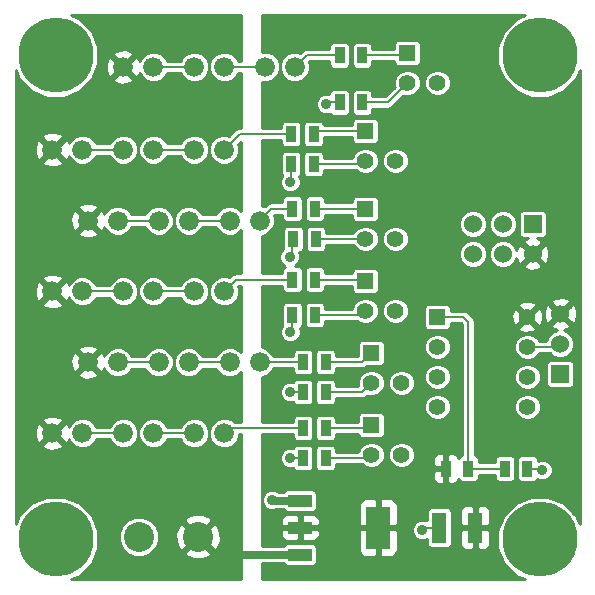
<source format=gtl>
G04 (created by PCBNEW (2013-05-31 BZR 4019)-stable) date 7/7/2013 10:44:35 AM*
%MOIN*%
G04 Gerber Fmt 3.4, Leading zero omitted, Abs format*
%FSLAX34Y34*%
G01*
G70*
G90*
G04 APERTURE LIST*
%ADD10C,0.00590551*%
%ADD11R,0.06X0.06*%
%ADD12C,0.06*%
%ADD13C,0.066*%
%ADD14C,0.1*%
%ADD15R,0.035X0.055*%
%ADD16R,0.05X0.1*%
%ADD17R,0.08X0.144*%
%ADD18R,0.08X0.04*%
%ADD19C,0.25*%
%ADD20R,0.055X0.055*%
%ADD21C,0.055*%
%ADD22C,0.035*%
%ADD23C,0.025*%
%ADD24C,0.008*%
%ADD25C,0.01*%
G04 APERTURE END LIST*
G54D10*
G54D11*
X79423Y-43696D03*
G54D12*
X79423Y-42696D03*
X79423Y-41696D03*
G54D13*
X63673Y-38582D03*
X64673Y-38582D03*
X67216Y-40944D03*
X68216Y-40944D03*
X64854Y-40944D03*
X65854Y-40944D03*
X62492Y-40944D03*
X63492Y-40944D03*
X68397Y-38582D03*
X69397Y-38582D03*
X66035Y-38582D03*
X67035Y-38582D03*
X67216Y-36220D03*
X68216Y-36220D03*
X64854Y-36220D03*
X65854Y-36220D03*
X62492Y-36220D03*
X63492Y-36220D03*
X69578Y-33464D03*
X70578Y-33464D03*
X67216Y-33464D03*
X68216Y-33464D03*
X64854Y-33464D03*
X65854Y-33464D03*
G54D14*
X65375Y-49125D03*
X67343Y-49125D03*
G54D15*
X75609Y-46850D03*
X76359Y-46850D03*
G54D16*
X76584Y-48818D03*
X75384Y-48818D03*
G54D15*
X77577Y-46850D03*
X78327Y-46850D03*
X72815Y-34645D03*
X72065Y-34645D03*
X71198Y-36696D03*
X70448Y-36696D03*
X71275Y-39200D03*
X70525Y-39200D03*
X71241Y-41732D03*
X70491Y-41732D03*
X72065Y-33070D03*
X72815Y-33070D03*
X70448Y-35696D03*
X71198Y-35696D03*
X70491Y-38188D03*
X71241Y-38188D03*
X70491Y-40551D03*
X71241Y-40551D03*
G54D17*
X73347Y-48818D03*
G54D18*
X70747Y-48818D03*
X70747Y-49718D03*
X70747Y-47918D03*
G54D15*
X70848Y-43296D03*
X71598Y-43296D03*
X70848Y-45496D03*
X71598Y-45496D03*
X71598Y-44296D03*
X70848Y-44296D03*
X71598Y-46496D03*
X70848Y-46496D03*
G54D13*
X63673Y-43307D03*
X64673Y-43307D03*
X66035Y-43307D03*
X67035Y-43307D03*
X68397Y-43307D03*
X69397Y-43307D03*
X62492Y-45669D03*
X63492Y-45669D03*
X64854Y-45669D03*
X65854Y-45669D03*
X67216Y-45669D03*
X68216Y-45669D03*
G54D19*
X78740Y-49212D03*
X62598Y-49212D03*
X78740Y-33070D03*
X62598Y-33070D03*
G54D20*
X75323Y-41796D03*
G54D21*
X75323Y-42796D03*
X75323Y-43796D03*
X75323Y-44796D03*
X78323Y-44796D03*
X78323Y-43796D03*
X78323Y-42796D03*
X78323Y-41796D03*
G54D20*
X72923Y-40596D03*
G54D21*
X72923Y-41596D03*
X73923Y-41596D03*
G54D20*
X72923Y-38196D03*
G54D21*
X72923Y-39196D03*
X73923Y-39196D03*
G54D20*
X72923Y-35596D03*
G54D21*
X72923Y-36596D03*
X73923Y-36596D03*
G54D20*
X74323Y-32996D03*
G54D21*
X74323Y-33996D03*
X75323Y-33996D03*
G54D20*
X73123Y-42996D03*
G54D21*
X73123Y-43996D03*
X74123Y-43996D03*
G54D20*
X73123Y-45396D03*
G54D21*
X73123Y-46396D03*
X74123Y-46396D03*
G54D11*
X78500Y-38700D03*
G54D12*
X78500Y-39700D03*
X77500Y-38700D03*
X77500Y-39700D03*
X76500Y-38700D03*
X76500Y-39700D03*
G54D22*
X71623Y-34696D03*
X70423Y-37296D03*
X70400Y-39800D03*
X70423Y-42296D03*
X70423Y-46496D03*
X70423Y-44296D03*
X78823Y-46896D03*
X74823Y-48896D03*
X69823Y-47896D03*
G54D23*
X70747Y-49718D02*
X67937Y-49718D01*
X67937Y-49718D02*
X67343Y-49125D01*
G54D24*
X71674Y-34645D02*
X72065Y-34645D01*
X71623Y-34696D02*
X71674Y-34645D01*
X70448Y-37271D02*
X70448Y-36696D01*
X70423Y-37296D02*
X70448Y-37271D01*
X70467Y-39732D02*
X70525Y-39200D01*
X70400Y-39800D02*
X70467Y-39732D01*
X70491Y-41732D02*
X70491Y-42228D01*
X70491Y-42228D02*
X70423Y-42296D01*
X70848Y-44296D02*
X70423Y-44296D01*
X70423Y-46496D02*
X70848Y-46496D01*
X76359Y-46850D02*
X76359Y-41960D01*
X76194Y-41796D02*
X75323Y-41796D01*
X76359Y-41960D02*
X76194Y-41796D01*
X76359Y-46850D02*
X77577Y-46850D01*
X78323Y-42796D02*
X79323Y-42796D01*
X79323Y-42796D02*
X79423Y-42696D01*
X78327Y-46850D02*
X78777Y-46850D01*
X78777Y-46850D02*
X78823Y-46896D01*
X75384Y-48818D02*
X74900Y-48818D01*
X74900Y-48818D02*
X74823Y-48896D01*
G54D23*
X70747Y-47918D02*
X69846Y-47918D01*
X69846Y-47918D02*
X69823Y-47896D01*
G54D24*
X64673Y-43307D02*
X66035Y-43307D01*
X71598Y-46496D02*
X73023Y-46496D01*
X73023Y-46496D02*
X73123Y-46396D01*
X71623Y-46471D02*
X71598Y-46496D01*
X71598Y-44296D02*
X72823Y-44296D01*
X72823Y-44296D02*
X73123Y-43996D01*
X72815Y-34645D02*
X73674Y-34645D01*
X73674Y-34645D02*
X74323Y-33996D01*
X71198Y-36696D02*
X72823Y-36696D01*
X72823Y-36696D02*
X72923Y-36596D01*
X71223Y-36671D02*
X71198Y-36696D01*
X71598Y-43296D02*
X72823Y-43296D01*
X72823Y-43296D02*
X73123Y-42996D01*
X71623Y-43296D02*
X71598Y-43296D01*
X72923Y-39196D02*
X71278Y-39196D01*
X71278Y-39196D02*
X71275Y-39200D01*
X71380Y-39094D02*
X71275Y-39200D01*
X72815Y-33070D02*
X74248Y-33070D01*
X74248Y-33070D02*
X74323Y-32996D01*
X71241Y-41732D02*
X72787Y-41732D01*
X72787Y-41732D02*
X72923Y-41596D01*
X67035Y-38582D02*
X68397Y-38582D01*
X71241Y-38188D02*
X72916Y-38188D01*
X72916Y-38188D02*
X72923Y-38196D01*
X70491Y-38188D02*
X69791Y-38188D01*
X69791Y-38188D02*
X69397Y-38582D01*
X70848Y-43296D02*
X69408Y-43296D01*
X69408Y-43296D02*
X69397Y-43307D01*
X64673Y-38582D02*
X66035Y-38582D01*
X63492Y-40944D02*
X64854Y-40944D01*
X65854Y-40944D02*
X67216Y-40944D01*
X70491Y-40551D02*
X68610Y-40551D01*
X68610Y-40551D02*
X68216Y-40944D01*
X71241Y-40551D02*
X72878Y-40551D01*
X72878Y-40551D02*
X72923Y-40596D01*
X72923Y-35596D02*
X71298Y-35596D01*
X71298Y-35596D02*
X71198Y-35696D01*
X70448Y-35696D02*
X68740Y-35696D01*
X68740Y-35696D02*
X68216Y-36220D01*
X67216Y-36220D02*
X65854Y-36220D01*
X64854Y-36220D02*
X63492Y-36220D01*
X65854Y-33464D02*
X67216Y-33464D01*
X67035Y-43307D02*
X68397Y-43307D01*
X68216Y-33464D02*
X69578Y-33464D01*
X72065Y-33070D02*
X70972Y-33070D01*
X70972Y-33070D02*
X70578Y-33464D01*
X63492Y-45669D02*
X64854Y-45669D01*
X65854Y-45669D02*
X67216Y-45669D01*
X70848Y-45496D02*
X68389Y-45496D01*
X68389Y-45496D02*
X68216Y-45669D01*
X71598Y-45496D02*
X73023Y-45496D01*
X73023Y-45496D02*
X73123Y-45396D01*
X71598Y-45671D02*
X71598Y-45496D01*
G54D10*
G36*
X68773Y-50542D02*
X68097Y-50542D01*
X68097Y-49254D01*
X68089Y-48956D01*
X67990Y-48716D01*
X67874Y-48665D01*
X67803Y-48735D01*
X67803Y-48594D01*
X67751Y-48478D01*
X67473Y-48371D01*
X67174Y-48379D01*
X66935Y-48478D01*
X66883Y-48594D01*
X67343Y-49054D01*
X67803Y-48594D01*
X67803Y-48735D01*
X67414Y-49125D01*
X67874Y-49584D01*
X67990Y-49533D01*
X68097Y-49254D01*
X68097Y-50542D01*
X67803Y-50542D01*
X67803Y-49655D01*
X67343Y-49195D01*
X67272Y-49266D01*
X67272Y-49125D01*
X66812Y-48665D01*
X66696Y-48716D01*
X66589Y-48995D01*
X66597Y-49293D01*
X66696Y-49533D01*
X66812Y-49584D01*
X67272Y-49125D01*
X67272Y-49266D01*
X66883Y-49655D01*
X66935Y-49771D01*
X67213Y-49878D01*
X67512Y-49870D01*
X67751Y-49771D01*
X67803Y-49655D01*
X67803Y-50542D01*
X66045Y-50542D01*
X66045Y-48992D01*
X65943Y-48745D01*
X65755Y-48557D01*
X65508Y-48455D01*
X65242Y-48454D01*
X64995Y-48556D01*
X64807Y-48744D01*
X64705Y-48991D01*
X64704Y-49257D01*
X64806Y-49504D01*
X64994Y-49692D01*
X65241Y-49794D01*
X65507Y-49795D01*
X65754Y-49693D01*
X65942Y-49505D01*
X66044Y-49258D01*
X66045Y-48992D01*
X66045Y-50542D01*
X63098Y-50542D01*
X63401Y-50417D01*
X63801Y-50018D01*
X64018Y-49496D01*
X64018Y-48931D01*
X63802Y-48409D01*
X63403Y-48009D01*
X62882Y-47792D01*
X62829Y-47792D01*
X62829Y-46076D01*
X62492Y-45740D01*
X62421Y-45810D01*
X62421Y-45669D01*
X62084Y-45332D01*
X61986Y-45363D01*
X61907Y-45580D01*
X61917Y-45810D01*
X61986Y-45975D01*
X62084Y-46006D01*
X62421Y-45669D01*
X62421Y-45810D01*
X62155Y-46076D01*
X62186Y-46175D01*
X62403Y-46253D01*
X62633Y-46243D01*
X62798Y-46175D01*
X62829Y-46076D01*
X62829Y-47792D01*
X62317Y-47792D01*
X61795Y-48008D01*
X61395Y-48407D01*
X61268Y-48712D01*
X61268Y-33570D01*
X61393Y-33874D01*
X61793Y-34273D01*
X62314Y-34490D01*
X62879Y-34491D01*
X63401Y-34275D01*
X63801Y-33876D01*
X64018Y-33354D01*
X64018Y-32789D01*
X63802Y-32267D01*
X63403Y-31867D01*
X63098Y-31741D01*
X68773Y-31741D01*
X68773Y-33254D01*
X68670Y-33254D01*
X68640Y-33181D01*
X68500Y-33040D01*
X68316Y-32964D01*
X68117Y-32964D01*
X67933Y-33040D01*
X67792Y-33180D01*
X67716Y-33364D01*
X67716Y-33366D01*
X67716Y-33365D01*
X67640Y-33181D01*
X67500Y-33040D01*
X67316Y-32964D01*
X67117Y-32964D01*
X66933Y-33040D01*
X66792Y-33180D01*
X66762Y-33254D01*
X66308Y-33254D01*
X66278Y-33181D01*
X66137Y-33040D01*
X65954Y-32964D01*
X65755Y-32964D01*
X65571Y-33040D01*
X65430Y-33180D01*
X65400Y-33254D01*
X65360Y-33158D01*
X65261Y-33127D01*
X65191Y-33198D01*
X65191Y-33056D01*
X65160Y-32958D01*
X64943Y-32879D01*
X64712Y-32890D01*
X64548Y-32958D01*
X64517Y-33056D01*
X64854Y-33393D01*
X65191Y-33056D01*
X65191Y-33198D01*
X64925Y-33464D01*
X65261Y-33801D01*
X65360Y-33770D01*
X65397Y-33668D01*
X65430Y-33747D01*
X65570Y-33888D01*
X65754Y-33964D01*
X65953Y-33964D01*
X66137Y-33888D01*
X66277Y-33748D01*
X66308Y-33674D01*
X66762Y-33674D01*
X66792Y-33747D01*
X66932Y-33888D01*
X67116Y-33964D01*
X67315Y-33964D01*
X67499Y-33888D01*
X67640Y-33748D01*
X67716Y-33564D01*
X67716Y-33365D01*
X67716Y-33366D01*
X67716Y-33563D01*
X67792Y-33747D01*
X67932Y-33888D01*
X68116Y-33964D01*
X68315Y-33964D01*
X68499Y-33888D01*
X68640Y-33748D01*
X68670Y-33674D01*
X68773Y-33674D01*
X68773Y-35486D01*
X68740Y-35486D01*
X68660Y-35502D01*
X68633Y-35520D01*
X68592Y-35547D01*
X68592Y-35547D01*
X68389Y-35750D01*
X68316Y-35720D01*
X68117Y-35720D01*
X67933Y-35796D01*
X67792Y-35936D01*
X67716Y-36120D01*
X67716Y-36121D01*
X67716Y-36121D01*
X67640Y-35937D01*
X67500Y-35796D01*
X67316Y-35720D01*
X67117Y-35720D01*
X66933Y-35796D01*
X66792Y-35936D01*
X66762Y-36010D01*
X66308Y-36010D01*
X66278Y-35937D01*
X66137Y-35796D01*
X65954Y-35720D01*
X65755Y-35720D01*
X65571Y-35796D01*
X65430Y-35936D01*
X65354Y-36120D01*
X65354Y-36121D01*
X65354Y-36121D01*
X65278Y-35937D01*
X65191Y-35850D01*
X65191Y-33872D01*
X64854Y-33535D01*
X64783Y-33605D01*
X64783Y-33464D01*
X64446Y-33127D01*
X64348Y-33158D01*
X64269Y-33375D01*
X64280Y-33606D01*
X64348Y-33770D01*
X64446Y-33801D01*
X64783Y-33464D01*
X64783Y-33605D01*
X64517Y-33872D01*
X64548Y-33970D01*
X64765Y-34049D01*
X64995Y-34038D01*
X65160Y-33970D01*
X65191Y-33872D01*
X65191Y-35850D01*
X65137Y-35796D01*
X64954Y-35720D01*
X64755Y-35720D01*
X64571Y-35796D01*
X64430Y-35936D01*
X64400Y-36010D01*
X63946Y-36010D01*
X63916Y-35937D01*
X63775Y-35796D01*
X63592Y-35720D01*
X63393Y-35720D01*
X63209Y-35796D01*
X63068Y-35936D01*
X63037Y-36010D01*
X62998Y-35914D01*
X62899Y-35883D01*
X62829Y-35954D01*
X62829Y-35812D01*
X62798Y-35714D01*
X62581Y-35635D01*
X62350Y-35646D01*
X62186Y-35714D01*
X62155Y-35812D01*
X62492Y-36149D01*
X62829Y-35812D01*
X62829Y-35954D01*
X62562Y-36220D01*
X62899Y-36557D01*
X62998Y-36526D01*
X63035Y-36424D01*
X63067Y-36503D01*
X63208Y-36644D01*
X63392Y-36720D01*
X63591Y-36720D01*
X63774Y-36644D01*
X63915Y-36504D01*
X63946Y-36430D01*
X64400Y-36430D01*
X64430Y-36503D01*
X64570Y-36644D01*
X64754Y-36720D01*
X64953Y-36720D01*
X65137Y-36644D01*
X65277Y-36504D01*
X65354Y-36320D01*
X65354Y-36121D01*
X65354Y-36121D01*
X65354Y-36319D01*
X65430Y-36503D01*
X65570Y-36644D01*
X65754Y-36720D01*
X65953Y-36720D01*
X66137Y-36644D01*
X66277Y-36504D01*
X66308Y-36430D01*
X66762Y-36430D01*
X66792Y-36503D01*
X66932Y-36644D01*
X67116Y-36720D01*
X67315Y-36720D01*
X67499Y-36644D01*
X67640Y-36504D01*
X67716Y-36320D01*
X67716Y-36121D01*
X67716Y-36121D01*
X67716Y-36319D01*
X67792Y-36503D01*
X67932Y-36644D01*
X68116Y-36720D01*
X68315Y-36720D01*
X68499Y-36644D01*
X68640Y-36504D01*
X68716Y-36320D01*
X68716Y-36121D01*
X68686Y-36047D01*
X68773Y-35960D01*
X68773Y-38251D01*
X68681Y-38159D01*
X68497Y-38082D01*
X68298Y-38082D01*
X68114Y-38158D01*
X67974Y-38299D01*
X67943Y-38372D01*
X67489Y-38372D01*
X67459Y-38299D01*
X67319Y-38159D01*
X67135Y-38082D01*
X66936Y-38082D01*
X66752Y-38158D01*
X66611Y-38299D01*
X66535Y-38482D01*
X66535Y-38484D01*
X66535Y-38483D01*
X66459Y-38299D01*
X66319Y-38159D01*
X66135Y-38082D01*
X65936Y-38082D01*
X65752Y-38158D01*
X65611Y-38299D01*
X65581Y-38372D01*
X65127Y-38372D01*
X65097Y-38299D01*
X64956Y-38159D01*
X64773Y-38082D01*
X64574Y-38082D01*
X64390Y-38158D01*
X64249Y-38299D01*
X64219Y-38372D01*
X64179Y-38276D01*
X64080Y-38245D01*
X64010Y-38316D01*
X64010Y-38175D01*
X63979Y-38076D01*
X63762Y-37998D01*
X63531Y-38008D01*
X63367Y-38076D01*
X63336Y-38175D01*
X63673Y-38511D01*
X64010Y-38175D01*
X64010Y-38316D01*
X63743Y-38582D01*
X64080Y-38919D01*
X64179Y-38888D01*
X64216Y-38786D01*
X64249Y-38865D01*
X64389Y-39006D01*
X64573Y-39082D01*
X64772Y-39082D01*
X64956Y-39006D01*
X65096Y-38866D01*
X65127Y-38792D01*
X65581Y-38792D01*
X65611Y-38865D01*
X65751Y-39006D01*
X65935Y-39082D01*
X66134Y-39082D01*
X66318Y-39006D01*
X66459Y-38866D01*
X66535Y-38682D01*
X66535Y-38483D01*
X66535Y-38484D01*
X66535Y-38681D01*
X66611Y-38865D01*
X66751Y-39006D01*
X66935Y-39082D01*
X67134Y-39082D01*
X67318Y-39006D01*
X67459Y-38866D01*
X67489Y-38792D01*
X67943Y-38792D01*
X67973Y-38865D01*
X68114Y-39006D01*
X68297Y-39082D01*
X68496Y-39082D01*
X68680Y-39006D01*
X68773Y-38913D01*
X68773Y-40341D01*
X68610Y-40341D01*
X68529Y-40357D01*
X68461Y-40402D01*
X68461Y-40402D01*
X68389Y-40475D01*
X68316Y-40444D01*
X68117Y-40444D01*
X67933Y-40520D01*
X67792Y-40661D01*
X67716Y-40844D01*
X67716Y-40846D01*
X67716Y-40845D01*
X67640Y-40662D01*
X67500Y-40521D01*
X67316Y-40444D01*
X67117Y-40444D01*
X66933Y-40520D01*
X66792Y-40661D01*
X66762Y-40734D01*
X66308Y-40734D01*
X66278Y-40662D01*
X66137Y-40521D01*
X65954Y-40444D01*
X65755Y-40444D01*
X65571Y-40520D01*
X65430Y-40661D01*
X65354Y-40844D01*
X65354Y-40846D01*
X65354Y-40845D01*
X65278Y-40662D01*
X65137Y-40521D01*
X64954Y-40444D01*
X64755Y-40444D01*
X64571Y-40520D01*
X64430Y-40661D01*
X64400Y-40734D01*
X64010Y-40734D01*
X64010Y-38990D01*
X63673Y-38653D01*
X63602Y-38724D01*
X63602Y-38582D01*
X63265Y-38245D01*
X63167Y-38276D01*
X63088Y-38493D01*
X63099Y-38724D01*
X63167Y-38888D01*
X63265Y-38919D01*
X63602Y-38582D01*
X63602Y-38724D01*
X63336Y-38990D01*
X63367Y-39088D01*
X63584Y-39167D01*
X63814Y-39156D01*
X63979Y-39088D01*
X64010Y-38990D01*
X64010Y-40734D01*
X63946Y-40734D01*
X63916Y-40662D01*
X63775Y-40521D01*
X63592Y-40444D01*
X63393Y-40444D01*
X63209Y-40520D01*
X63068Y-40661D01*
X63037Y-40734D01*
X62998Y-40638D01*
X62899Y-40607D01*
X62829Y-40678D01*
X62829Y-40537D01*
X62829Y-36628D01*
X62492Y-36291D01*
X62421Y-36361D01*
X62421Y-36220D01*
X62084Y-35883D01*
X61986Y-35914D01*
X61907Y-36131D01*
X61917Y-36362D01*
X61986Y-36526D01*
X62084Y-36557D01*
X62421Y-36220D01*
X62421Y-36361D01*
X62155Y-36628D01*
X62186Y-36726D01*
X62403Y-36805D01*
X62633Y-36794D01*
X62798Y-36726D01*
X62829Y-36628D01*
X62829Y-40537D01*
X62798Y-40438D01*
X62581Y-40360D01*
X62350Y-40370D01*
X62186Y-40438D01*
X62155Y-40537D01*
X62492Y-40874D01*
X62829Y-40537D01*
X62829Y-40678D01*
X62562Y-40944D01*
X62899Y-41281D01*
X62998Y-41250D01*
X63035Y-41148D01*
X63067Y-41227D01*
X63208Y-41368D01*
X63392Y-41444D01*
X63591Y-41444D01*
X63774Y-41369D01*
X63915Y-41228D01*
X63946Y-41154D01*
X64400Y-41154D01*
X64430Y-41227D01*
X64570Y-41368D01*
X64754Y-41444D01*
X64953Y-41444D01*
X65137Y-41369D01*
X65277Y-41228D01*
X65354Y-41044D01*
X65354Y-40845D01*
X65354Y-40846D01*
X65354Y-41043D01*
X65430Y-41227D01*
X65570Y-41368D01*
X65754Y-41444D01*
X65953Y-41444D01*
X66137Y-41369D01*
X66277Y-41228D01*
X66308Y-41154D01*
X66762Y-41154D01*
X66792Y-41227D01*
X66932Y-41368D01*
X67116Y-41444D01*
X67315Y-41444D01*
X67499Y-41369D01*
X67640Y-41228D01*
X67716Y-41044D01*
X67716Y-40845D01*
X67716Y-40846D01*
X67716Y-41043D01*
X67792Y-41227D01*
X67932Y-41368D01*
X68116Y-41444D01*
X68315Y-41444D01*
X68499Y-41369D01*
X68640Y-41228D01*
X68716Y-41044D01*
X68716Y-40845D01*
X68686Y-40772D01*
X68697Y-40761D01*
X68773Y-40761D01*
X68773Y-42976D01*
X68681Y-42883D01*
X68497Y-42807D01*
X68298Y-42807D01*
X68114Y-42882D01*
X67974Y-43023D01*
X67943Y-43097D01*
X67489Y-43097D01*
X67459Y-43024D01*
X67319Y-42883D01*
X67135Y-42807D01*
X66936Y-42807D01*
X66752Y-42882D01*
X66611Y-43023D01*
X66535Y-43207D01*
X66535Y-43208D01*
X66535Y-43208D01*
X66459Y-43024D01*
X66319Y-42883D01*
X66135Y-42807D01*
X65936Y-42807D01*
X65752Y-42882D01*
X65611Y-43023D01*
X65581Y-43097D01*
X65127Y-43097D01*
X65097Y-43024D01*
X64956Y-42883D01*
X64773Y-42807D01*
X64574Y-42807D01*
X64390Y-42882D01*
X64249Y-43023D01*
X64219Y-43097D01*
X64179Y-43001D01*
X64080Y-42970D01*
X64010Y-43040D01*
X64010Y-42899D01*
X63979Y-42800D01*
X63762Y-42722D01*
X63531Y-42732D01*
X63367Y-42800D01*
X63336Y-42899D01*
X63673Y-43236D01*
X64010Y-42899D01*
X64010Y-43040D01*
X63743Y-43307D01*
X64080Y-43644D01*
X64179Y-43612D01*
X64216Y-43510D01*
X64249Y-43589D01*
X64389Y-43730D01*
X64573Y-43806D01*
X64772Y-43807D01*
X64956Y-43731D01*
X65096Y-43590D01*
X65127Y-43517D01*
X65581Y-43517D01*
X65611Y-43589D01*
X65751Y-43730D01*
X65935Y-43806D01*
X66134Y-43807D01*
X66318Y-43731D01*
X66459Y-43590D01*
X66535Y-43406D01*
X66535Y-43208D01*
X66535Y-43208D01*
X66535Y-43406D01*
X66611Y-43589D01*
X66751Y-43730D01*
X66935Y-43806D01*
X67134Y-43807D01*
X67318Y-43731D01*
X67459Y-43590D01*
X67489Y-43517D01*
X67943Y-43517D01*
X67973Y-43589D01*
X68114Y-43730D01*
X68297Y-43806D01*
X68496Y-43807D01*
X68680Y-43731D01*
X68773Y-43638D01*
X68773Y-45286D01*
X68540Y-45286D01*
X68500Y-45245D01*
X68316Y-45169D01*
X68117Y-45169D01*
X67933Y-45245D01*
X67792Y-45385D01*
X67716Y-45569D01*
X67716Y-45570D01*
X67716Y-45570D01*
X67640Y-45386D01*
X67500Y-45245D01*
X67316Y-45169D01*
X67117Y-45169D01*
X66933Y-45245D01*
X66792Y-45385D01*
X66762Y-45459D01*
X66308Y-45459D01*
X66278Y-45386D01*
X66137Y-45245D01*
X65954Y-45169D01*
X65755Y-45169D01*
X65571Y-45245D01*
X65430Y-45385D01*
X65354Y-45569D01*
X65354Y-45570D01*
X65354Y-45570D01*
X65278Y-45386D01*
X65137Y-45245D01*
X64954Y-45169D01*
X64755Y-45169D01*
X64571Y-45245D01*
X64430Y-45385D01*
X64400Y-45459D01*
X64010Y-45459D01*
X64010Y-43714D01*
X63673Y-43377D01*
X63602Y-43448D01*
X63602Y-43307D01*
X63265Y-42970D01*
X63167Y-43001D01*
X63088Y-43218D01*
X63099Y-43448D01*
X63167Y-43612D01*
X63265Y-43644D01*
X63602Y-43307D01*
X63602Y-43448D01*
X63336Y-43714D01*
X63367Y-43813D01*
X63584Y-43891D01*
X63814Y-43881D01*
X63979Y-43813D01*
X64010Y-43714D01*
X64010Y-45459D01*
X63946Y-45459D01*
X63916Y-45386D01*
X63775Y-45245D01*
X63592Y-45169D01*
X63393Y-45169D01*
X63209Y-45245D01*
X63068Y-45385D01*
X63037Y-45459D01*
X62998Y-45363D01*
X62899Y-45332D01*
X62829Y-45403D01*
X62829Y-45261D01*
X62829Y-41352D01*
X62492Y-41015D01*
X62421Y-41086D01*
X62421Y-40944D01*
X62084Y-40607D01*
X61986Y-40638D01*
X61907Y-40855D01*
X61917Y-41086D01*
X61986Y-41250D01*
X62084Y-41281D01*
X62421Y-40944D01*
X62421Y-41086D01*
X62155Y-41352D01*
X62186Y-41450D01*
X62403Y-41529D01*
X62633Y-41519D01*
X62798Y-41450D01*
X62829Y-41352D01*
X62829Y-45261D01*
X62798Y-45163D01*
X62581Y-45084D01*
X62350Y-45095D01*
X62186Y-45163D01*
X62155Y-45261D01*
X62492Y-45598D01*
X62829Y-45261D01*
X62829Y-45403D01*
X62562Y-45669D01*
X62899Y-46006D01*
X62998Y-45975D01*
X63035Y-45872D01*
X63067Y-45952D01*
X63208Y-46092D01*
X63392Y-46169D01*
X63591Y-46169D01*
X63774Y-46093D01*
X63915Y-45952D01*
X63946Y-45879D01*
X64400Y-45879D01*
X64430Y-45952D01*
X64570Y-46092D01*
X64754Y-46169D01*
X64953Y-46169D01*
X65137Y-46093D01*
X65277Y-45952D01*
X65354Y-45769D01*
X65354Y-45570D01*
X65354Y-45570D01*
X65354Y-45768D01*
X65430Y-45952D01*
X65570Y-46092D01*
X65754Y-46169D01*
X65953Y-46169D01*
X66137Y-46093D01*
X66277Y-45952D01*
X66308Y-45879D01*
X66762Y-45879D01*
X66792Y-45952D01*
X66932Y-46092D01*
X67116Y-46169D01*
X67315Y-46169D01*
X67499Y-46093D01*
X67640Y-45952D01*
X67716Y-45769D01*
X67716Y-45570D01*
X67716Y-45570D01*
X67716Y-45768D01*
X67792Y-45952D01*
X67932Y-46092D01*
X68116Y-46169D01*
X68315Y-46169D01*
X68499Y-46093D01*
X68640Y-45952D01*
X68716Y-45769D01*
X68716Y-45706D01*
X68773Y-45706D01*
X68773Y-50542D01*
X68773Y-50542D01*
G37*
G54D25*
X68773Y-50542D02*
X68097Y-50542D01*
X68097Y-49254D01*
X68089Y-48956D01*
X67990Y-48716D01*
X67874Y-48665D01*
X67803Y-48735D01*
X67803Y-48594D01*
X67751Y-48478D01*
X67473Y-48371D01*
X67174Y-48379D01*
X66935Y-48478D01*
X66883Y-48594D01*
X67343Y-49054D01*
X67803Y-48594D01*
X67803Y-48735D01*
X67414Y-49125D01*
X67874Y-49584D01*
X67990Y-49533D01*
X68097Y-49254D01*
X68097Y-50542D01*
X67803Y-50542D01*
X67803Y-49655D01*
X67343Y-49195D01*
X67272Y-49266D01*
X67272Y-49125D01*
X66812Y-48665D01*
X66696Y-48716D01*
X66589Y-48995D01*
X66597Y-49293D01*
X66696Y-49533D01*
X66812Y-49584D01*
X67272Y-49125D01*
X67272Y-49266D01*
X66883Y-49655D01*
X66935Y-49771D01*
X67213Y-49878D01*
X67512Y-49870D01*
X67751Y-49771D01*
X67803Y-49655D01*
X67803Y-50542D01*
X66045Y-50542D01*
X66045Y-48992D01*
X65943Y-48745D01*
X65755Y-48557D01*
X65508Y-48455D01*
X65242Y-48454D01*
X64995Y-48556D01*
X64807Y-48744D01*
X64705Y-48991D01*
X64704Y-49257D01*
X64806Y-49504D01*
X64994Y-49692D01*
X65241Y-49794D01*
X65507Y-49795D01*
X65754Y-49693D01*
X65942Y-49505D01*
X66044Y-49258D01*
X66045Y-48992D01*
X66045Y-50542D01*
X63098Y-50542D01*
X63401Y-50417D01*
X63801Y-50018D01*
X64018Y-49496D01*
X64018Y-48931D01*
X63802Y-48409D01*
X63403Y-48009D01*
X62882Y-47792D01*
X62829Y-47792D01*
X62829Y-46076D01*
X62492Y-45740D01*
X62421Y-45810D01*
X62421Y-45669D01*
X62084Y-45332D01*
X61986Y-45363D01*
X61907Y-45580D01*
X61917Y-45810D01*
X61986Y-45975D01*
X62084Y-46006D01*
X62421Y-45669D01*
X62421Y-45810D01*
X62155Y-46076D01*
X62186Y-46175D01*
X62403Y-46253D01*
X62633Y-46243D01*
X62798Y-46175D01*
X62829Y-46076D01*
X62829Y-47792D01*
X62317Y-47792D01*
X61795Y-48008D01*
X61395Y-48407D01*
X61268Y-48712D01*
X61268Y-33570D01*
X61393Y-33874D01*
X61793Y-34273D01*
X62314Y-34490D01*
X62879Y-34491D01*
X63401Y-34275D01*
X63801Y-33876D01*
X64018Y-33354D01*
X64018Y-32789D01*
X63802Y-32267D01*
X63403Y-31867D01*
X63098Y-31741D01*
X68773Y-31741D01*
X68773Y-33254D01*
X68670Y-33254D01*
X68640Y-33181D01*
X68500Y-33040D01*
X68316Y-32964D01*
X68117Y-32964D01*
X67933Y-33040D01*
X67792Y-33180D01*
X67716Y-33364D01*
X67716Y-33366D01*
X67716Y-33365D01*
X67640Y-33181D01*
X67500Y-33040D01*
X67316Y-32964D01*
X67117Y-32964D01*
X66933Y-33040D01*
X66792Y-33180D01*
X66762Y-33254D01*
X66308Y-33254D01*
X66278Y-33181D01*
X66137Y-33040D01*
X65954Y-32964D01*
X65755Y-32964D01*
X65571Y-33040D01*
X65430Y-33180D01*
X65400Y-33254D01*
X65360Y-33158D01*
X65261Y-33127D01*
X65191Y-33198D01*
X65191Y-33056D01*
X65160Y-32958D01*
X64943Y-32879D01*
X64712Y-32890D01*
X64548Y-32958D01*
X64517Y-33056D01*
X64854Y-33393D01*
X65191Y-33056D01*
X65191Y-33198D01*
X64925Y-33464D01*
X65261Y-33801D01*
X65360Y-33770D01*
X65397Y-33668D01*
X65430Y-33747D01*
X65570Y-33888D01*
X65754Y-33964D01*
X65953Y-33964D01*
X66137Y-33888D01*
X66277Y-33748D01*
X66308Y-33674D01*
X66762Y-33674D01*
X66792Y-33747D01*
X66932Y-33888D01*
X67116Y-33964D01*
X67315Y-33964D01*
X67499Y-33888D01*
X67640Y-33748D01*
X67716Y-33564D01*
X67716Y-33365D01*
X67716Y-33366D01*
X67716Y-33563D01*
X67792Y-33747D01*
X67932Y-33888D01*
X68116Y-33964D01*
X68315Y-33964D01*
X68499Y-33888D01*
X68640Y-33748D01*
X68670Y-33674D01*
X68773Y-33674D01*
X68773Y-35486D01*
X68740Y-35486D01*
X68660Y-35502D01*
X68633Y-35520D01*
X68592Y-35547D01*
X68592Y-35547D01*
X68389Y-35750D01*
X68316Y-35720D01*
X68117Y-35720D01*
X67933Y-35796D01*
X67792Y-35936D01*
X67716Y-36120D01*
X67716Y-36121D01*
X67716Y-36121D01*
X67640Y-35937D01*
X67500Y-35796D01*
X67316Y-35720D01*
X67117Y-35720D01*
X66933Y-35796D01*
X66792Y-35936D01*
X66762Y-36010D01*
X66308Y-36010D01*
X66278Y-35937D01*
X66137Y-35796D01*
X65954Y-35720D01*
X65755Y-35720D01*
X65571Y-35796D01*
X65430Y-35936D01*
X65354Y-36120D01*
X65354Y-36121D01*
X65354Y-36121D01*
X65278Y-35937D01*
X65191Y-35850D01*
X65191Y-33872D01*
X64854Y-33535D01*
X64783Y-33605D01*
X64783Y-33464D01*
X64446Y-33127D01*
X64348Y-33158D01*
X64269Y-33375D01*
X64280Y-33606D01*
X64348Y-33770D01*
X64446Y-33801D01*
X64783Y-33464D01*
X64783Y-33605D01*
X64517Y-33872D01*
X64548Y-33970D01*
X64765Y-34049D01*
X64995Y-34038D01*
X65160Y-33970D01*
X65191Y-33872D01*
X65191Y-35850D01*
X65137Y-35796D01*
X64954Y-35720D01*
X64755Y-35720D01*
X64571Y-35796D01*
X64430Y-35936D01*
X64400Y-36010D01*
X63946Y-36010D01*
X63916Y-35937D01*
X63775Y-35796D01*
X63592Y-35720D01*
X63393Y-35720D01*
X63209Y-35796D01*
X63068Y-35936D01*
X63037Y-36010D01*
X62998Y-35914D01*
X62899Y-35883D01*
X62829Y-35954D01*
X62829Y-35812D01*
X62798Y-35714D01*
X62581Y-35635D01*
X62350Y-35646D01*
X62186Y-35714D01*
X62155Y-35812D01*
X62492Y-36149D01*
X62829Y-35812D01*
X62829Y-35954D01*
X62562Y-36220D01*
X62899Y-36557D01*
X62998Y-36526D01*
X63035Y-36424D01*
X63067Y-36503D01*
X63208Y-36644D01*
X63392Y-36720D01*
X63591Y-36720D01*
X63774Y-36644D01*
X63915Y-36504D01*
X63946Y-36430D01*
X64400Y-36430D01*
X64430Y-36503D01*
X64570Y-36644D01*
X64754Y-36720D01*
X64953Y-36720D01*
X65137Y-36644D01*
X65277Y-36504D01*
X65354Y-36320D01*
X65354Y-36121D01*
X65354Y-36121D01*
X65354Y-36319D01*
X65430Y-36503D01*
X65570Y-36644D01*
X65754Y-36720D01*
X65953Y-36720D01*
X66137Y-36644D01*
X66277Y-36504D01*
X66308Y-36430D01*
X66762Y-36430D01*
X66792Y-36503D01*
X66932Y-36644D01*
X67116Y-36720D01*
X67315Y-36720D01*
X67499Y-36644D01*
X67640Y-36504D01*
X67716Y-36320D01*
X67716Y-36121D01*
X67716Y-36121D01*
X67716Y-36319D01*
X67792Y-36503D01*
X67932Y-36644D01*
X68116Y-36720D01*
X68315Y-36720D01*
X68499Y-36644D01*
X68640Y-36504D01*
X68716Y-36320D01*
X68716Y-36121D01*
X68686Y-36047D01*
X68773Y-35960D01*
X68773Y-38251D01*
X68681Y-38159D01*
X68497Y-38082D01*
X68298Y-38082D01*
X68114Y-38158D01*
X67974Y-38299D01*
X67943Y-38372D01*
X67489Y-38372D01*
X67459Y-38299D01*
X67319Y-38159D01*
X67135Y-38082D01*
X66936Y-38082D01*
X66752Y-38158D01*
X66611Y-38299D01*
X66535Y-38482D01*
X66535Y-38484D01*
X66535Y-38483D01*
X66459Y-38299D01*
X66319Y-38159D01*
X66135Y-38082D01*
X65936Y-38082D01*
X65752Y-38158D01*
X65611Y-38299D01*
X65581Y-38372D01*
X65127Y-38372D01*
X65097Y-38299D01*
X64956Y-38159D01*
X64773Y-38082D01*
X64574Y-38082D01*
X64390Y-38158D01*
X64249Y-38299D01*
X64219Y-38372D01*
X64179Y-38276D01*
X64080Y-38245D01*
X64010Y-38316D01*
X64010Y-38175D01*
X63979Y-38076D01*
X63762Y-37998D01*
X63531Y-38008D01*
X63367Y-38076D01*
X63336Y-38175D01*
X63673Y-38511D01*
X64010Y-38175D01*
X64010Y-38316D01*
X63743Y-38582D01*
X64080Y-38919D01*
X64179Y-38888D01*
X64216Y-38786D01*
X64249Y-38865D01*
X64389Y-39006D01*
X64573Y-39082D01*
X64772Y-39082D01*
X64956Y-39006D01*
X65096Y-38866D01*
X65127Y-38792D01*
X65581Y-38792D01*
X65611Y-38865D01*
X65751Y-39006D01*
X65935Y-39082D01*
X66134Y-39082D01*
X66318Y-39006D01*
X66459Y-38866D01*
X66535Y-38682D01*
X66535Y-38483D01*
X66535Y-38484D01*
X66535Y-38681D01*
X66611Y-38865D01*
X66751Y-39006D01*
X66935Y-39082D01*
X67134Y-39082D01*
X67318Y-39006D01*
X67459Y-38866D01*
X67489Y-38792D01*
X67943Y-38792D01*
X67973Y-38865D01*
X68114Y-39006D01*
X68297Y-39082D01*
X68496Y-39082D01*
X68680Y-39006D01*
X68773Y-38913D01*
X68773Y-40341D01*
X68610Y-40341D01*
X68529Y-40357D01*
X68461Y-40402D01*
X68461Y-40402D01*
X68389Y-40475D01*
X68316Y-40444D01*
X68117Y-40444D01*
X67933Y-40520D01*
X67792Y-40661D01*
X67716Y-40844D01*
X67716Y-40846D01*
X67716Y-40845D01*
X67640Y-40662D01*
X67500Y-40521D01*
X67316Y-40444D01*
X67117Y-40444D01*
X66933Y-40520D01*
X66792Y-40661D01*
X66762Y-40734D01*
X66308Y-40734D01*
X66278Y-40662D01*
X66137Y-40521D01*
X65954Y-40444D01*
X65755Y-40444D01*
X65571Y-40520D01*
X65430Y-40661D01*
X65354Y-40844D01*
X65354Y-40846D01*
X65354Y-40845D01*
X65278Y-40662D01*
X65137Y-40521D01*
X64954Y-40444D01*
X64755Y-40444D01*
X64571Y-40520D01*
X64430Y-40661D01*
X64400Y-40734D01*
X64010Y-40734D01*
X64010Y-38990D01*
X63673Y-38653D01*
X63602Y-38724D01*
X63602Y-38582D01*
X63265Y-38245D01*
X63167Y-38276D01*
X63088Y-38493D01*
X63099Y-38724D01*
X63167Y-38888D01*
X63265Y-38919D01*
X63602Y-38582D01*
X63602Y-38724D01*
X63336Y-38990D01*
X63367Y-39088D01*
X63584Y-39167D01*
X63814Y-39156D01*
X63979Y-39088D01*
X64010Y-38990D01*
X64010Y-40734D01*
X63946Y-40734D01*
X63916Y-40662D01*
X63775Y-40521D01*
X63592Y-40444D01*
X63393Y-40444D01*
X63209Y-40520D01*
X63068Y-40661D01*
X63037Y-40734D01*
X62998Y-40638D01*
X62899Y-40607D01*
X62829Y-40678D01*
X62829Y-40537D01*
X62829Y-36628D01*
X62492Y-36291D01*
X62421Y-36361D01*
X62421Y-36220D01*
X62084Y-35883D01*
X61986Y-35914D01*
X61907Y-36131D01*
X61917Y-36362D01*
X61986Y-36526D01*
X62084Y-36557D01*
X62421Y-36220D01*
X62421Y-36361D01*
X62155Y-36628D01*
X62186Y-36726D01*
X62403Y-36805D01*
X62633Y-36794D01*
X62798Y-36726D01*
X62829Y-36628D01*
X62829Y-40537D01*
X62798Y-40438D01*
X62581Y-40360D01*
X62350Y-40370D01*
X62186Y-40438D01*
X62155Y-40537D01*
X62492Y-40874D01*
X62829Y-40537D01*
X62829Y-40678D01*
X62562Y-40944D01*
X62899Y-41281D01*
X62998Y-41250D01*
X63035Y-41148D01*
X63067Y-41227D01*
X63208Y-41368D01*
X63392Y-41444D01*
X63591Y-41444D01*
X63774Y-41369D01*
X63915Y-41228D01*
X63946Y-41154D01*
X64400Y-41154D01*
X64430Y-41227D01*
X64570Y-41368D01*
X64754Y-41444D01*
X64953Y-41444D01*
X65137Y-41369D01*
X65277Y-41228D01*
X65354Y-41044D01*
X65354Y-40845D01*
X65354Y-40846D01*
X65354Y-41043D01*
X65430Y-41227D01*
X65570Y-41368D01*
X65754Y-41444D01*
X65953Y-41444D01*
X66137Y-41369D01*
X66277Y-41228D01*
X66308Y-41154D01*
X66762Y-41154D01*
X66792Y-41227D01*
X66932Y-41368D01*
X67116Y-41444D01*
X67315Y-41444D01*
X67499Y-41369D01*
X67640Y-41228D01*
X67716Y-41044D01*
X67716Y-40845D01*
X67716Y-40846D01*
X67716Y-41043D01*
X67792Y-41227D01*
X67932Y-41368D01*
X68116Y-41444D01*
X68315Y-41444D01*
X68499Y-41369D01*
X68640Y-41228D01*
X68716Y-41044D01*
X68716Y-40845D01*
X68686Y-40772D01*
X68697Y-40761D01*
X68773Y-40761D01*
X68773Y-42976D01*
X68681Y-42883D01*
X68497Y-42807D01*
X68298Y-42807D01*
X68114Y-42882D01*
X67974Y-43023D01*
X67943Y-43097D01*
X67489Y-43097D01*
X67459Y-43024D01*
X67319Y-42883D01*
X67135Y-42807D01*
X66936Y-42807D01*
X66752Y-42882D01*
X66611Y-43023D01*
X66535Y-43207D01*
X66535Y-43208D01*
X66535Y-43208D01*
X66459Y-43024D01*
X66319Y-42883D01*
X66135Y-42807D01*
X65936Y-42807D01*
X65752Y-42882D01*
X65611Y-43023D01*
X65581Y-43097D01*
X65127Y-43097D01*
X65097Y-43024D01*
X64956Y-42883D01*
X64773Y-42807D01*
X64574Y-42807D01*
X64390Y-42882D01*
X64249Y-43023D01*
X64219Y-43097D01*
X64179Y-43001D01*
X64080Y-42970D01*
X64010Y-43040D01*
X64010Y-42899D01*
X63979Y-42800D01*
X63762Y-42722D01*
X63531Y-42732D01*
X63367Y-42800D01*
X63336Y-42899D01*
X63673Y-43236D01*
X64010Y-42899D01*
X64010Y-43040D01*
X63743Y-43307D01*
X64080Y-43644D01*
X64179Y-43612D01*
X64216Y-43510D01*
X64249Y-43589D01*
X64389Y-43730D01*
X64573Y-43806D01*
X64772Y-43807D01*
X64956Y-43731D01*
X65096Y-43590D01*
X65127Y-43517D01*
X65581Y-43517D01*
X65611Y-43589D01*
X65751Y-43730D01*
X65935Y-43806D01*
X66134Y-43807D01*
X66318Y-43731D01*
X66459Y-43590D01*
X66535Y-43406D01*
X66535Y-43208D01*
X66535Y-43208D01*
X66535Y-43406D01*
X66611Y-43589D01*
X66751Y-43730D01*
X66935Y-43806D01*
X67134Y-43807D01*
X67318Y-43731D01*
X67459Y-43590D01*
X67489Y-43517D01*
X67943Y-43517D01*
X67973Y-43589D01*
X68114Y-43730D01*
X68297Y-43806D01*
X68496Y-43807D01*
X68680Y-43731D01*
X68773Y-43638D01*
X68773Y-45286D01*
X68540Y-45286D01*
X68500Y-45245D01*
X68316Y-45169D01*
X68117Y-45169D01*
X67933Y-45245D01*
X67792Y-45385D01*
X67716Y-45569D01*
X67716Y-45570D01*
X67716Y-45570D01*
X67640Y-45386D01*
X67500Y-45245D01*
X67316Y-45169D01*
X67117Y-45169D01*
X66933Y-45245D01*
X66792Y-45385D01*
X66762Y-45459D01*
X66308Y-45459D01*
X66278Y-45386D01*
X66137Y-45245D01*
X65954Y-45169D01*
X65755Y-45169D01*
X65571Y-45245D01*
X65430Y-45385D01*
X65354Y-45569D01*
X65354Y-45570D01*
X65354Y-45570D01*
X65278Y-45386D01*
X65137Y-45245D01*
X64954Y-45169D01*
X64755Y-45169D01*
X64571Y-45245D01*
X64430Y-45385D01*
X64400Y-45459D01*
X64010Y-45459D01*
X64010Y-43714D01*
X63673Y-43377D01*
X63602Y-43448D01*
X63602Y-43307D01*
X63265Y-42970D01*
X63167Y-43001D01*
X63088Y-43218D01*
X63099Y-43448D01*
X63167Y-43612D01*
X63265Y-43644D01*
X63602Y-43307D01*
X63602Y-43448D01*
X63336Y-43714D01*
X63367Y-43813D01*
X63584Y-43891D01*
X63814Y-43881D01*
X63979Y-43813D01*
X64010Y-43714D01*
X64010Y-45459D01*
X63946Y-45459D01*
X63916Y-45386D01*
X63775Y-45245D01*
X63592Y-45169D01*
X63393Y-45169D01*
X63209Y-45245D01*
X63068Y-45385D01*
X63037Y-45459D01*
X62998Y-45363D01*
X62899Y-45332D01*
X62829Y-45403D01*
X62829Y-45261D01*
X62829Y-41352D01*
X62492Y-41015D01*
X62421Y-41086D01*
X62421Y-40944D01*
X62084Y-40607D01*
X61986Y-40638D01*
X61907Y-40855D01*
X61917Y-41086D01*
X61986Y-41250D01*
X62084Y-41281D01*
X62421Y-40944D01*
X62421Y-41086D01*
X62155Y-41352D01*
X62186Y-41450D01*
X62403Y-41529D01*
X62633Y-41519D01*
X62798Y-41450D01*
X62829Y-41352D01*
X62829Y-45261D01*
X62798Y-45163D01*
X62581Y-45084D01*
X62350Y-45095D01*
X62186Y-45163D01*
X62155Y-45261D01*
X62492Y-45598D01*
X62829Y-45261D01*
X62829Y-45403D01*
X62562Y-45669D01*
X62899Y-46006D01*
X62998Y-45975D01*
X63035Y-45872D01*
X63067Y-45952D01*
X63208Y-46092D01*
X63392Y-46169D01*
X63591Y-46169D01*
X63774Y-46093D01*
X63915Y-45952D01*
X63946Y-45879D01*
X64400Y-45879D01*
X64430Y-45952D01*
X64570Y-46092D01*
X64754Y-46169D01*
X64953Y-46169D01*
X65137Y-46093D01*
X65277Y-45952D01*
X65354Y-45769D01*
X65354Y-45570D01*
X65354Y-45570D01*
X65354Y-45768D01*
X65430Y-45952D01*
X65570Y-46092D01*
X65754Y-46169D01*
X65953Y-46169D01*
X66137Y-46093D01*
X66277Y-45952D01*
X66308Y-45879D01*
X66762Y-45879D01*
X66792Y-45952D01*
X66932Y-46092D01*
X67116Y-46169D01*
X67315Y-46169D01*
X67499Y-46093D01*
X67640Y-45952D01*
X67716Y-45769D01*
X67716Y-45570D01*
X67716Y-45570D01*
X67716Y-45768D01*
X67792Y-45952D01*
X67932Y-46092D01*
X68116Y-46169D01*
X68315Y-46169D01*
X68499Y-46093D01*
X68640Y-45952D01*
X68716Y-45769D01*
X68716Y-45706D01*
X68773Y-45706D01*
X68773Y-50542D01*
G54D10*
G36*
X80069Y-48712D02*
X79978Y-48490D01*
X79978Y-41777D01*
X79967Y-41559D01*
X79904Y-41408D01*
X79809Y-41380D01*
X79738Y-41451D01*
X79738Y-41310D01*
X79711Y-41214D01*
X79505Y-41141D01*
X79286Y-41152D01*
X79135Y-41214D01*
X79108Y-41310D01*
X79423Y-41625D01*
X79738Y-41310D01*
X79738Y-41451D01*
X79494Y-41696D01*
X79809Y-42011D01*
X79904Y-41983D01*
X79978Y-41777D01*
X79978Y-48490D01*
X79944Y-48409D01*
X79893Y-48358D01*
X79893Y-42602D01*
X79822Y-42430D01*
X79690Y-42297D01*
X79551Y-42240D01*
X79560Y-42239D01*
X79711Y-42177D01*
X79738Y-42081D01*
X79423Y-41766D01*
X79352Y-41837D01*
X79352Y-41696D01*
X79054Y-41397D01*
X79054Y-39781D01*
X79043Y-39563D01*
X78981Y-39412D01*
X78970Y-39408D01*
X78970Y-38966D01*
X78970Y-38366D01*
X78944Y-38303D01*
X78896Y-38255D01*
X78833Y-38230D01*
X78766Y-38229D01*
X78166Y-38229D01*
X78103Y-38255D01*
X78055Y-38303D01*
X78030Y-38366D01*
X78029Y-38433D01*
X78029Y-39033D01*
X78055Y-39096D01*
X78103Y-39144D01*
X78166Y-39169D01*
X78233Y-39170D01*
X78329Y-39170D01*
X78212Y-39218D01*
X78184Y-39314D01*
X78500Y-39629D01*
X78815Y-39314D01*
X78787Y-39218D01*
X78651Y-39170D01*
X78833Y-39170D01*
X78896Y-39144D01*
X78944Y-39096D01*
X78969Y-39033D01*
X78970Y-38966D01*
X78970Y-39408D01*
X78885Y-39384D01*
X78570Y-39700D01*
X78885Y-40015D01*
X78981Y-39987D01*
X79054Y-39781D01*
X79054Y-41397D01*
X79037Y-41380D01*
X78942Y-41408D01*
X78868Y-41614D01*
X78879Y-41832D01*
X78942Y-41983D01*
X79037Y-42011D01*
X79352Y-41696D01*
X79352Y-41837D01*
X79108Y-42081D01*
X79135Y-42177D01*
X79303Y-42237D01*
X79157Y-42297D01*
X79025Y-42429D01*
X78960Y-42586D01*
X78853Y-42586D01*
X78853Y-41871D01*
X78842Y-41663D01*
X78815Y-41598D01*
X78815Y-40085D01*
X78500Y-39770D01*
X78429Y-39841D01*
X78429Y-39700D01*
X78114Y-39384D01*
X78018Y-39412D01*
X77970Y-39548D01*
X77970Y-38606D01*
X77898Y-38434D01*
X77766Y-38301D01*
X77593Y-38230D01*
X77406Y-38229D01*
X77234Y-38301D01*
X77101Y-38433D01*
X77030Y-38606D01*
X77029Y-38793D01*
X77101Y-38965D01*
X77233Y-39098D01*
X77406Y-39169D01*
X77593Y-39170D01*
X77765Y-39098D01*
X77898Y-38966D01*
X77969Y-38793D01*
X77970Y-38606D01*
X77970Y-39548D01*
X77958Y-39579D01*
X77898Y-39434D01*
X77766Y-39301D01*
X77593Y-39230D01*
X77406Y-39229D01*
X77234Y-39301D01*
X77101Y-39433D01*
X77030Y-39606D01*
X77029Y-39793D01*
X77101Y-39965D01*
X77233Y-40098D01*
X77406Y-40169D01*
X77593Y-40170D01*
X77765Y-40098D01*
X77898Y-39966D01*
X77955Y-39828D01*
X77956Y-39836D01*
X78018Y-39987D01*
X78114Y-40015D01*
X78429Y-39700D01*
X78429Y-39841D01*
X78184Y-40085D01*
X78212Y-40181D01*
X78418Y-40254D01*
X78636Y-40243D01*
X78787Y-40181D01*
X78815Y-40085D01*
X78815Y-41598D01*
X78784Y-41523D01*
X78691Y-41498D01*
X78620Y-41569D01*
X78620Y-41428D01*
X78596Y-41335D01*
X78399Y-41266D01*
X78190Y-41277D01*
X78050Y-41335D01*
X78026Y-41428D01*
X78323Y-41725D01*
X78620Y-41428D01*
X78620Y-41569D01*
X78394Y-41796D01*
X78691Y-42093D01*
X78784Y-42068D01*
X78853Y-41871D01*
X78853Y-42586D01*
X78718Y-42586D01*
X78701Y-42544D01*
X78620Y-42463D01*
X78620Y-42163D01*
X78323Y-41866D01*
X78252Y-41937D01*
X78252Y-41796D01*
X77955Y-41498D01*
X77863Y-41523D01*
X77793Y-41720D01*
X77805Y-41928D01*
X77863Y-42068D01*
X77955Y-42093D01*
X78252Y-41796D01*
X78252Y-41937D01*
X78026Y-42163D01*
X78050Y-42256D01*
X78247Y-42325D01*
X78456Y-42314D01*
X78596Y-42256D01*
X78620Y-42163D01*
X78620Y-42463D01*
X78576Y-42419D01*
X78412Y-42351D01*
X78235Y-42350D01*
X78071Y-42418D01*
X77946Y-42543D01*
X77878Y-42707D01*
X77878Y-42884D01*
X77946Y-43047D01*
X78071Y-43173D01*
X78234Y-43240D01*
X78411Y-43241D01*
X78575Y-43173D01*
X78700Y-43048D01*
X78718Y-43006D01*
X79068Y-43006D01*
X79157Y-43094D01*
X79329Y-43165D01*
X79516Y-43166D01*
X79689Y-43094D01*
X79821Y-42962D01*
X79893Y-42789D01*
X79893Y-42602D01*
X79893Y-48358D01*
X79893Y-48358D01*
X79893Y-43962D01*
X79893Y-43362D01*
X79867Y-43299D01*
X79820Y-43252D01*
X79757Y-43226D01*
X79689Y-43226D01*
X79089Y-43226D01*
X79027Y-43251D01*
X78979Y-43299D01*
X78953Y-43362D01*
X78953Y-43429D01*
X78953Y-44029D01*
X78979Y-44092D01*
X79027Y-44140D01*
X79089Y-44166D01*
X79157Y-44166D01*
X79757Y-44166D01*
X79819Y-44140D01*
X79867Y-44092D01*
X79893Y-44030D01*
X79893Y-43962D01*
X79893Y-48358D01*
X79545Y-48009D01*
X79168Y-47852D01*
X79168Y-46827D01*
X79116Y-46700D01*
X79019Y-46603D01*
X78892Y-46551D01*
X78768Y-46551D01*
X78768Y-44707D01*
X78768Y-43707D01*
X78701Y-43544D01*
X78576Y-43419D01*
X78412Y-43351D01*
X78235Y-43350D01*
X78071Y-43418D01*
X77946Y-43543D01*
X77878Y-43707D01*
X77878Y-43884D01*
X77946Y-44047D01*
X78071Y-44173D01*
X78234Y-44240D01*
X78411Y-44241D01*
X78575Y-44173D01*
X78700Y-44048D01*
X78768Y-43884D01*
X78768Y-43707D01*
X78768Y-44707D01*
X78701Y-44544D01*
X78576Y-44419D01*
X78412Y-44351D01*
X78235Y-44350D01*
X78071Y-44418D01*
X77946Y-44543D01*
X77878Y-44707D01*
X77878Y-44884D01*
X77946Y-45047D01*
X78071Y-45173D01*
X78234Y-45240D01*
X78411Y-45241D01*
X78575Y-45173D01*
X78700Y-45048D01*
X78768Y-44884D01*
X78768Y-44707D01*
X78768Y-46551D01*
X78755Y-46551D01*
X78672Y-46585D01*
X78672Y-46541D01*
X78646Y-46479D01*
X78599Y-46431D01*
X78536Y-46405D01*
X78469Y-46405D01*
X78119Y-46405D01*
X78056Y-46431D01*
X78008Y-46478D01*
X77982Y-46541D01*
X77982Y-46609D01*
X77982Y-47159D01*
X78008Y-47221D01*
X78056Y-47269D01*
X78118Y-47295D01*
X78186Y-47295D01*
X78536Y-47295D01*
X78598Y-47269D01*
X78646Y-47221D01*
X78655Y-47199D01*
X78754Y-47241D01*
X78891Y-47241D01*
X79018Y-47188D01*
X79115Y-47091D01*
X79168Y-46964D01*
X79168Y-46827D01*
X79168Y-47852D01*
X79023Y-47792D01*
X78458Y-47792D01*
X77936Y-48008D01*
X77922Y-48022D01*
X77922Y-47091D01*
X77922Y-46541D01*
X77896Y-46479D01*
X77849Y-46431D01*
X77786Y-46405D01*
X77719Y-46405D01*
X77369Y-46405D01*
X77306Y-46431D01*
X77258Y-46478D01*
X77232Y-46541D01*
X77232Y-46609D01*
X77232Y-46640D01*
X76970Y-46640D01*
X76970Y-39606D01*
X76970Y-38606D01*
X76898Y-38434D01*
X76766Y-38301D01*
X76593Y-38230D01*
X76406Y-38229D01*
X76234Y-38301D01*
X76101Y-38433D01*
X76030Y-38606D01*
X76029Y-38793D01*
X76101Y-38965D01*
X76233Y-39098D01*
X76406Y-39169D01*
X76593Y-39170D01*
X76765Y-39098D01*
X76898Y-38966D01*
X76969Y-38793D01*
X76970Y-38606D01*
X76970Y-39606D01*
X76898Y-39434D01*
X76766Y-39301D01*
X76593Y-39230D01*
X76406Y-39229D01*
X76234Y-39301D01*
X76101Y-39433D01*
X76030Y-39606D01*
X76029Y-39793D01*
X76101Y-39965D01*
X76233Y-40098D01*
X76406Y-40169D01*
X76593Y-40170D01*
X76765Y-40098D01*
X76898Y-39966D01*
X76969Y-39793D01*
X76970Y-39606D01*
X76970Y-46640D01*
X76704Y-46640D01*
X76704Y-46541D01*
X76678Y-46479D01*
X76630Y-46431D01*
X76569Y-46405D01*
X76569Y-41960D01*
X76553Y-41880D01*
X76507Y-41811D01*
X76343Y-41647D01*
X76275Y-41602D01*
X76194Y-41586D01*
X75768Y-41586D01*
X75768Y-33907D01*
X75701Y-33744D01*
X75576Y-33619D01*
X75412Y-33551D01*
X75235Y-33550D01*
X75071Y-33618D01*
X74946Y-33743D01*
X74878Y-33907D01*
X74878Y-34084D01*
X74946Y-34247D01*
X75071Y-34373D01*
X75234Y-34440D01*
X75411Y-34441D01*
X75575Y-34373D01*
X75700Y-34248D01*
X75768Y-34084D01*
X75768Y-33907D01*
X75768Y-41586D01*
X75768Y-41586D01*
X75768Y-41487D01*
X75742Y-41424D01*
X75695Y-41377D01*
X75632Y-41351D01*
X75564Y-41351D01*
X75014Y-41351D01*
X74952Y-41376D01*
X74904Y-41424D01*
X74878Y-41487D01*
X74878Y-41554D01*
X74878Y-42104D01*
X74904Y-42167D01*
X74952Y-42215D01*
X75014Y-42241D01*
X75082Y-42241D01*
X75632Y-42241D01*
X75694Y-42215D01*
X75742Y-42167D01*
X75768Y-42105D01*
X75768Y-42037D01*
X75768Y-42006D01*
X76107Y-42006D01*
X76149Y-42047D01*
X76149Y-46405D01*
X76088Y-46431D01*
X76040Y-46478D01*
X76027Y-46509D01*
X75996Y-46433D01*
X75925Y-46363D01*
X75833Y-46325D01*
X75768Y-46325D01*
X75768Y-44707D01*
X75768Y-43707D01*
X75768Y-42707D01*
X75701Y-42544D01*
X75576Y-42419D01*
X75412Y-42351D01*
X75235Y-42350D01*
X75071Y-42418D01*
X74946Y-42543D01*
X74878Y-42707D01*
X74878Y-42884D01*
X74946Y-43047D01*
X75071Y-43173D01*
X75234Y-43240D01*
X75411Y-43241D01*
X75575Y-43173D01*
X75700Y-43048D01*
X75768Y-42884D01*
X75768Y-42707D01*
X75768Y-43707D01*
X75701Y-43544D01*
X75576Y-43419D01*
X75412Y-43351D01*
X75235Y-43350D01*
X75071Y-43418D01*
X74946Y-43543D01*
X74878Y-43707D01*
X74878Y-43884D01*
X74946Y-44047D01*
X75071Y-44173D01*
X75234Y-44240D01*
X75411Y-44241D01*
X75575Y-44173D01*
X75700Y-44048D01*
X75768Y-43884D01*
X75768Y-43707D01*
X75768Y-44707D01*
X75701Y-44544D01*
X75576Y-44419D01*
X75412Y-44351D01*
X75235Y-44350D01*
X75071Y-44418D01*
X74946Y-44543D01*
X74878Y-44707D01*
X74878Y-44884D01*
X74946Y-45047D01*
X75071Y-45173D01*
X75234Y-45240D01*
X75411Y-45241D01*
X75575Y-45173D01*
X75700Y-45048D01*
X75768Y-44884D01*
X75768Y-44707D01*
X75768Y-46325D01*
X75721Y-46325D01*
X75659Y-46387D01*
X75659Y-46800D01*
X75667Y-46800D01*
X75667Y-46900D01*
X75659Y-46900D01*
X75659Y-47312D01*
X75721Y-47375D01*
X75833Y-47375D01*
X75925Y-47337D01*
X75996Y-47267D01*
X76027Y-47191D01*
X76040Y-47221D01*
X76087Y-47269D01*
X76150Y-47295D01*
X76217Y-47295D01*
X76567Y-47295D01*
X76630Y-47269D01*
X76678Y-47221D01*
X76704Y-47159D01*
X76704Y-47091D01*
X76704Y-47060D01*
X77232Y-47060D01*
X77232Y-47159D01*
X77258Y-47221D01*
X77306Y-47269D01*
X77368Y-47295D01*
X77436Y-47295D01*
X77786Y-47295D01*
X77848Y-47269D01*
X77896Y-47221D01*
X77922Y-47159D01*
X77922Y-47091D01*
X77922Y-48022D01*
X77537Y-48407D01*
X77320Y-48928D01*
X77319Y-49493D01*
X77535Y-50015D01*
X77934Y-50415D01*
X78239Y-50542D01*
X77084Y-50542D01*
X77084Y-49269D01*
X77084Y-48368D01*
X77084Y-48268D01*
X77046Y-48177D01*
X76975Y-48106D01*
X76883Y-48068D01*
X76696Y-48068D01*
X76634Y-48131D01*
X76634Y-48768D01*
X77021Y-48768D01*
X77084Y-48706D01*
X77084Y-48368D01*
X77084Y-49269D01*
X77084Y-48931D01*
X77021Y-48868D01*
X76634Y-48868D01*
X76634Y-49506D01*
X76696Y-49568D01*
X76883Y-49568D01*
X76975Y-49530D01*
X77046Y-49460D01*
X77084Y-49368D01*
X77084Y-49269D01*
X77084Y-50542D01*
X76534Y-50542D01*
X76534Y-49506D01*
X76534Y-48868D01*
X76534Y-48768D01*
X76534Y-48131D01*
X76471Y-48068D01*
X76284Y-48068D01*
X76192Y-48106D01*
X76122Y-48177D01*
X76084Y-48268D01*
X76084Y-48368D01*
X76084Y-48706D01*
X76146Y-48768D01*
X76534Y-48768D01*
X76534Y-48868D01*
X76146Y-48868D01*
X76084Y-48931D01*
X76084Y-49269D01*
X76084Y-49368D01*
X76122Y-49460D01*
X76192Y-49530D01*
X76284Y-49568D01*
X76471Y-49568D01*
X76534Y-49506D01*
X76534Y-50542D01*
X75804Y-50542D01*
X75804Y-49285D01*
X75804Y-48285D01*
X75778Y-48222D01*
X75730Y-48174D01*
X75668Y-48148D01*
X75600Y-48148D01*
X75559Y-48148D01*
X75559Y-47312D01*
X75559Y-46900D01*
X75559Y-46800D01*
X75559Y-46387D01*
X75496Y-46325D01*
X75384Y-46325D01*
X75292Y-46363D01*
X75222Y-46433D01*
X75184Y-46525D01*
X75184Y-46624D01*
X75184Y-46737D01*
X75246Y-46800D01*
X75559Y-46800D01*
X75559Y-46900D01*
X75246Y-46900D01*
X75184Y-46962D01*
X75184Y-47075D01*
X75184Y-47175D01*
X75222Y-47267D01*
X75292Y-47337D01*
X75384Y-47375D01*
X75496Y-47375D01*
X75559Y-47312D01*
X75559Y-48148D01*
X75100Y-48148D01*
X75038Y-48174D01*
X74990Y-48222D01*
X74964Y-48284D01*
X74964Y-48352D01*
X74964Y-48580D01*
X74892Y-48551D01*
X74768Y-48551D01*
X74768Y-33907D01*
X74768Y-33907D01*
X74768Y-33237D01*
X74768Y-32687D01*
X74742Y-32624D01*
X74695Y-32577D01*
X74632Y-32551D01*
X74564Y-32551D01*
X74014Y-32551D01*
X73952Y-32576D01*
X73904Y-32624D01*
X73878Y-32687D01*
X73878Y-32754D01*
X73878Y-32860D01*
X73160Y-32860D01*
X73160Y-32762D01*
X73135Y-32699D01*
X73087Y-32651D01*
X73024Y-32625D01*
X72957Y-32625D01*
X72607Y-32625D01*
X72544Y-32651D01*
X72496Y-32699D01*
X72470Y-32761D01*
X72470Y-32829D01*
X72470Y-33379D01*
X72496Y-33442D01*
X72544Y-33489D01*
X72606Y-33515D01*
X72674Y-33515D01*
X73024Y-33515D01*
X73087Y-33490D01*
X73134Y-33442D01*
X73160Y-33379D01*
X73160Y-33312D01*
X73160Y-33280D01*
X73878Y-33280D01*
X73878Y-33304D01*
X73904Y-33367D01*
X73952Y-33415D01*
X74014Y-33441D01*
X74082Y-33441D01*
X74632Y-33441D01*
X74694Y-33415D01*
X74742Y-33367D01*
X74768Y-33305D01*
X74768Y-33237D01*
X74768Y-33907D01*
X74701Y-33744D01*
X74576Y-33619D01*
X74412Y-33551D01*
X74235Y-33550D01*
X74071Y-33618D01*
X73946Y-33743D01*
X73878Y-33907D01*
X73878Y-34084D01*
X73896Y-34126D01*
X73587Y-34435D01*
X73160Y-34435D01*
X73160Y-34337D01*
X73135Y-34274D01*
X73087Y-34226D01*
X73024Y-34200D01*
X72957Y-34200D01*
X72607Y-34200D01*
X72544Y-34226D01*
X72496Y-34274D01*
X72470Y-34336D01*
X72470Y-34404D01*
X72470Y-34954D01*
X72496Y-35016D01*
X72544Y-35064D01*
X72606Y-35090D01*
X72674Y-35090D01*
X73024Y-35090D01*
X73087Y-35064D01*
X73134Y-35017D01*
X73160Y-34954D01*
X73160Y-34887D01*
X73160Y-34855D01*
X73674Y-34855D01*
X73754Y-34839D01*
X73822Y-34794D01*
X74193Y-34423D01*
X74234Y-34440D01*
X74411Y-34441D01*
X74575Y-34373D01*
X74700Y-34248D01*
X74768Y-34084D01*
X74768Y-33907D01*
X74768Y-48551D01*
X74755Y-48551D01*
X74628Y-48603D01*
X74568Y-48663D01*
X74568Y-46307D01*
X74568Y-43907D01*
X74501Y-43744D01*
X74376Y-43619D01*
X74368Y-43615D01*
X74368Y-41507D01*
X74368Y-39107D01*
X74368Y-36507D01*
X74301Y-36344D01*
X74176Y-36219D01*
X74012Y-36151D01*
X73835Y-36150D01*
X73671Y-36218D01*
X73546Y-36343D01*
X73478Y-36507D01*
X73478Y-36684D01*
X73546Y-36847D01*
X73671Y-36973D01*
X73834Y-37040D01*
X74011Y-37041D01*
X74175Y-36973D01*
X74300Y-36848D01*
X74368Y-36684D01*
X74368Y-36507D01*
X74368Y-39107D01*
X74301Y-38944D01*
X74176Y-38819D01*
X74012Y-38751D01*
X73835Y-38750D01*
X73671Y-38818D01*
X73546Y-38943D01*
X73478Y-39107D01*
X73478Y-39284D01*
X73546Y-39447D01*
X73671Y-39573D01*
X73834Y-39640D01*
X74011Y-39641D01*
X74175Y-39573D01*
X74300Y-39448D01*
X74368Y-39284D01*
X74368Y-39107D01*
X74368Y-41507D01*
X74301Y-41344D01*
X74176Y-41219D01*
X74012Y-41151D01*
X73835Y-41150D01*
X73671Y-41218D01*
X73546Y-41343D01*
X73478Y-41507D01*
X73478Y-41684D01*
X73546Y-41847D01*
X73671Y-41973D01*
X73834Y-42040D01*
X74011Y-42041D01*
X74175Y-41973D01*
X74300Y-41848D01*
X74368Y-41684D01*
X74368Y-41507D01*
X74368Y-43615D01*
X74212Y-43551D01*
X74035Y-43550D01*
X73871Y-43618D01*
X73746Y-43743D01*
X73678Y-43907D01*
X73678Y-44084D01*
X73746Y-44247D01*
X73871Y-44373D01*
X74034Y-44440D01*
X74211Y-44441D01*
X74375Y-44373D01*
X74500Y-44248D01*
X74568Y-44084D01*
X74568Y-43907D01*
X74568Y-46307D01*
X74501Y-46144D01*
X74376Y-46019D01*
X74212Y-45951D01*
X74035Y-45950D01*
X73871Y-46018D01*
X73746Y-46143D01*
X73678Y-46307D01*
X73678Y-46484D01*
X73746Y-46647D01*
X73871Y-46773D01*
X74034Y-46840D01*
X74211Y-46841D01*
X74375Y-46773D01*
X74500Y-46648D01*
X74568Y-46484D01*
X74568Y-46307D01*
X74568Y-48663D01*
X74531Y-48700D01*
X74478Y-48827D01*
X74478Y-48964D01*
X74530Y-49091D01*
X74627Y-49188D01*
X74754Y-49241D01*
X74891Y-49241D01*
X74964Y-49211D01*
X74964Y-49352D01*
X74990Y-49415D01*
X75037Y-49462D01*
X75100Y-49488D01*
X75167Y-49488D01*
X75667Y-49488D01*
X75730Y-49463D01*
X75778Y-49415D01*
X75804Y-49352D01*
X75804Y-49285D01*
X75804Y-50542D01*
X73997Y-50542D01*
X73997Y-49588D01*
X73997Y-48049D01*
X73959Y-47957D01*
X73889Y-47887D01*
X73797Y-47848D01*
X73697Y-47848D01*
X73568Y-47848D01*
X73568Y-46307D01*
X73568Y-43907D01*
X73568Y-43907D01*
X73568Y-43237D01*
X73568Y-42687D01*
X73542Y-42624D01*
X73495Y-42577D01*
X73432Y-42551D01*
X73368Y-42551D01*
X73368Y-41507D01*
X73368Y-39107D01*
X73368Y-36507D01*
X73368Y-36507D01*
X73368Y-35837D01*
X73368Y-35287D01*
X73342Y-35224D01*
X73295Y-35177D01*
X73232Y-35151D01*
X73164Y-35151D01*
X72614Y-35151D01*
X72552Y-35176D01*
X72504Y-35224D01*
X72478Y-35287D01*
X72478Y-35354D01*
X72478Y-35386D01*
X72410Y-35386D01*
X72410Y-34887D01*
X72410Y-34337D01*
X72410Y-33312D01*
X72410Y-32762D01*
X72385Y-32699D01*
X72337Y-32651D01*
X72274Y-32625D01*
X72207Y-32625D01*
X71857Y-32625D01*
X71794Y-32651D01*
X71746Y-32699D01*
X71720Y-32761D01*
X71720Y-32829D01*
X71720Y-32860D01*
X70972Y-32860D01*
X70892Y-32876D01*
X70823Y-32922D01*
X70823Y-32922D01*
X70751Y-32994D01*
X70678Y-32964D01*
X70479Y-32964D01*
X70295Y-33040D01*
X70155Y-33180D01*
X70078Y-33364D01*
X70078Y-33563D01*
X70154Y-33747D01*
X70295Y-33888D01*
X70478Y-33964D01*
X70677Y-33964D01*
X70861Y-33888D01*
X71002Y-33748D01*
X71078Y-33564D01*
X71078Y-33365D01*
X71048Y-33291D01*
X71059Y-33280D01*
X71720Y-33280D01*
X71720Y-33379D01*
X71746Y-33442D01*
X71794Y-33489D01*
X71856Y-33515D01*
X71924Y-33515D01*
X72274Y-33515D01*
X72337Y-33490D01*
X72384Y-33442D01*
X72410Y-33379D01*
X72410Y-33312D01*
X72410Y-34337D01*
X72385Y-34274D01*
X72337Y-34226D01*
X72274Y-34200D01*
X72207Y-34200D01*
X71857Y-34200D01*
X71794Y-34226D01*
X71746Y-34274D01*
X71720Y-34336D01*
X71720Y-34362D01*
X71692Y-34351D01*
X71555Y-34351D01*
X71428Y-34403D01*
X71331Y-34500D01*
X71278Y-34627D01*
X71278Y-34764D01*
X71330Y-34891D01*
X71427Y-34988D01*
X71554Y-35041D01*
X71691Y-35041D01*
X71747Y-35018D01*
X71794Y-35064D01*
X71856Y-35090D01*
X71924Y-35090D01*
X72274Y-35090D01*
X72337Y-35064D01*
X72384Y-35017D01*
X72410Y-34954D01*
X72410Y-34887D01*
X72410Y-35386D01*
X71543Y-35386D01*
X71517Y-35324D01*
X71470Y-35277D01*
X71407Y-35251D01*
X71339Y-35251D01*
X70989Y-35251D01*
X70927Y-35276D01*
X70879Y-35324D01*
X70853Y-35387D01*
X70853Y-35454D01*
X70853Y-36004D01*
X70879Y-36067D01*
X70927Y-36115D01*
X70989Y-36141D01*
X71057Y-36141D01*
X71407Y-36141D01*
X71469Y-36115D01*
X71517Y-36067D01*
X71543Y-36005D01*
X71543Y-35937D01*
X71543Y-35806D01*
X72478Y-35806D01*
X72478Y-35904D01*
X72504Y-35967D01*
X72552Y-36015D01*
X72614Y-36041D01*
X72682Y-36041D01*
X73232Y-36041D01*
X73294Y-36015D01*
X73342Y-35967D01*
X73368Y-35905D01*
X73368Y-35837D01*
X73368Y-36507D01*
X73301Y-36344D01*
X73176Y-36219D01*
X73012Y-36151D01*
X72835Y-36150D01*
X72671Y-36218D01*
X72546Y-36343D01*
X72487Y-36486D01*
X71543Y-36486D01*
X71543Y-36387D01*
X71517Y-36324D01*
X71470Y-36277D01*
X71407Y-36251D01*
X71339Y-36251D01*
X70989Y-36251D01*
X70927Y-36276D01*
X70879Y-36324D01*
X70853Y-36387D01*
X70853Y-36454D01*
X70853Y-37004D01*
X70879Y-37067D01*
X70927Y-37115D01*
X70989Y-37141D01*
X71057Y-37141D01*
X71407Y-37141D01*
X71469Y-37115D01*
X71517Y-37067D01*
X71543Y-37005D01*
X71543Y-36937D01*
X71543Y-36906D01*
X72604Y-36906D01*
X72671Y-36973D01*
X72834Y-37040D01*
X73011Y-37041D01*
X73175Y-36973D01*
X73300Y-36848D01*
X73368Y-36684D01*
X73368Y-36507D01*
X73368Y-39107D01*
X73368Y-39107D01*
X73368Y-38437D01*
X73368Y-37887D01*
X73342Y-37824D01*
X73295Y-37777D01*
X73232Y-37751D01*
X73164Y-37751D01*
X72614Y-37751D01*
X72552Y-37776D01*
X72504Y-37824D01*
X72478Y-37887D01*
X72478Y-37954D01*
X72478Y-37978D01*
X71586Y-37978D01*
X71586Y-37880D01*
X71560Y-37817D01*
X71512Y-37769D01*
X71450Y-37744D01*
X71382Y-37743D01*
X71032Y-37743D01*
X70969Y-37769D01*
X70922Y-37817D01*
X70896Y-37880D01*
X70896Y-37947D01*
X70896Y-38497D01*
X70921Y-38560D01*
X70969Y-38608D01*
X71032Y-38633D01*
X71099Y-38634D01*
X71449Y-38634D01*
X71512Y-38608D01*
X71560Y-38560D01*
X71586Y-38497D01*
X71586Y-38430D01*
X71586Y-38398D01*
X72478Y-38398D01*
X72478Y-38504D01*
X72504Y-38567D01*
X72552Y-38615D01*
X72614Y-38641D01*
X72682Y-38641D01*
X73232Y-38641D01*
X73294Y-38615D01*
X73342Y-38567D01*
X73368Y-38505D01*
X73368Y-38437D01*
X73368Y-39107D01*
X73301Y-38944D01*
X73176Y-38819D01*
X73012Y-38751D01*
X72835Y-38750D01*
X72671Y-38818D01*
X72546Y-38943D01*
X72528Y-38986D01*
X71620Y-38986D01*
X71620Y-38891D01*
X71594Y-38828D01*
X71546Y-38780D01*
X71483Y-38755D01*
X71416Y-38754D01*
X71066Y-38754D01*
X71003Y-38780D01*
X70955Y-38828D01*
X70930Y-38891D01*
X70929Y-38958D01*
X70929Y-39508D01*
X70955Y-39571D01*
X71003Y-39619D01*
X71066Y-39644D01*
X71133Y-39645D01*
X71483Y-39645D01*
X71546Y-39619D01*
X71594Y-39571D01*
X71619Y-39508D01*
X71620Y-39441D01*
X71620Y-39406D01*
X72528Y-39406D01*
X72546Y-39447D01*
X72671Y-39573D01*
X72834Y-39640D01*
X73011Y-39641D01*
X73175Y-39573D01*
X73300Y-39448D01*
X73368Y-39284D01*
X73368Y-39107D01*
X73368Y-41507D01*
X73368Y-41507D01*
X73368Y-40837D01*
X73368Y-40287D01*
X73342Y-40224D01*
X73295Y-40177D01*
X73232Y-40151D01*
X73164Y-40151D01*
X72614Y-40151D01*
X72552Y-40176D01*
X72504Y-40224D01*
X72478Y-40287D01*
X72478Y-40341D01*
X71586Y-40341D01*
X71586Y-40242D01*
X71560Y-40180D01*
X71512Y-40132D01*
X71450Y-40106D01*
X71382Y-40106D01*
X71032Y-40106D01*
X70969Y-40131D01*
X70922Y-40179D01*
X70896Y-40242D01*
X70896Y-40309D01*
X70896Y-40859D01*
X70921Y-40922D01*
X70969Y-40970D01*
X71032Y-40996D01*
X71099Y-40996D01*
X71449Y-40996D01*
X71512Y-40970D01*
X71560Y-40922D01*
X71586Y-40860D01*
X71586Y-40792D01*
X71586Y-40761D01*
X72478Y-40761D01*
X72478Y-40904D01*
X72504Y-40967D01*
X72552Y-41015D01*
X72614Y-41041D01*
X72682Y-41041D01*
X73232Y-41041D01*
X73294Y-41015D01*
X73342Y-40967D01*
X73368Y-40905D01*
X73368Y-40837D01*
X73368Y-41507D01*
X73301Y-41344D01*
X73176Y-41219D01*
X73012Y-41151D01*
X72835Y-41150D01*
X72671Y-41218D01*
X72546Y-41343D01*
X72478Y-41507D01*
X72478Y-41522D01*
X71586Y-41522D01*
X71586Y-41423D01*
X71560Y-41361D01*
X71512Y-41313D01*
X71450Y-41287D01*
X71382Y-41287D01*
X71032Y-41287D01*
X70969Y-41313D01*
X70922Y-41360D01*
X70896Y-41423D01*
X70896Y-41490D01*
X70896Y-42040D01*
X70921Y-42103D01*
X70969Y-42151D01*
X71032Y-42177D01*
X71099Y-42177D01*
X71449Y-42177D01*
X71512Y-42151D01*
X71560Y-42103D01*
X71586Y-42041D01*
X71586Y-41973D01*
X71586Y-41942D01*
X72640Y-41942D01*
X72671Y-41973D01*
X72834Y-42040D01*
X73011Y-42041D01*
X73175Y-41973D01*
X73300Y-41848D01*
X73368Y-41684D01*
X73368Y-41507D01*
X73368Y-42551D01*
X73364Y-42551D01*
X72814Y-42551D01*
X72752Y-42576D01*
X72704Y-42624D01*
X72678Y-42687D01*
X72678Y-42754D01*
X72678Y-43086D01*
X71943Y-43086D01*
X71943Y-42987D01*
X71917Y-42924D01*
X71870Y-42877D01*
X71807Y-42851D01*
X71739Y-42851D01*
X71389Y-42851D01*
X71327Y-42876D01*
X71279Y-42924D01*
X71253Y-42987D01*
X71253Y-43054D01*
X71253Y-43604D01*
X71279Y-43667D01*
X71327Y-43715D01*
X71389Y-43741D01*
X71457Y-43741D01*
X71807Y-43741D01*
X71869Y-43715D01*
X71917Y-43667D01*
X71943Y-43605D01*
X71943Y-43537D01*
X71943Y-43506D01*
X72823Y-43506D01*
X72903Y-43490D01*
X72972Y-43444D01*
X72975Y-43441D01*
X73432Y-43441D01*
X73494Y-43415D01*
X73542Y-43367D01*
X73568Y-43305D01*
X73568Y-43237D01*
X73568Y-43907D01*
X73501Y-43744D01*
X73376Y-43619D01*
X73212Y-43551D01*
X73035Y-43550D01*
X72871Y-43618D01*
X72746Y-43743D01*
X72678Y-43907D01*
X72678Y-44084D01*
X72679Y-44086D01*
X71943Y-44086D01*
X71943Y-43987D01*
X71917Y-43924D01*
X71870Y-43877D01*
X71807Y-43851D01*
X71739Y-43851D01*
X71389Y-43851D01*
X71327Y-43876D01*
X71279Y-43924D01*
X71253Y-43987D01*
X71253Y-44054D01*
X71253Y-44604D01*
X71279Y-44667D01*
X71327Y-44715D01*
X71389Y-44741D01*
X71457Y-44741D01*
X71807Y-44741D01*
X71869Y-44715D01*
X71917Y-44667D01*
X71943Y-44605D01*
X71943Y-44537D01*
X71943Y-44506D01*
X72823Y-44506D01*
X72903Y-44490D01*
X72972Y-44444D01*
X72993Y-44423D01*
X73034Y-44440D01*
X73211Y-44441D01*
X73375Y-44373D01*
X73500Y-44248D01*
X73568Y-44084D01*
X73568Y-43907D01*
X73568Y-46307D01*
X73568Y-46307D01*
X73568Y-45637D01*
X73568Y-45087D01*
X73542Y-45024D01*
X73495Y-44977D01*
X73432Y-44951D01*
X73364Y-44951D01*
X72814Y-44951D01*
X72752Y-44976D01*
X72704Y-45024D01*
X72678Y-45087D01*
X72678Y-45154D01*
X72678Y-45286D01*
X71943Y-45286D01*
X71943Y-45187D01*
X71917Y-45124D01*
X71870Y-45077D01*
X71807Y-45051D01*
X71739Y-45051D01*
X71389Y-45051D01*
X71327Y-45076D01*
X71279Y-45124D01*
X71253Y-45187D01*
X71253Y-45254D01*
X71253Y-45804D01*
X71279Y-45867D01*
X71327Y-45915D01*
X71389Y-45941D01*
X71457Y-45941D01*
X71807Y-45941D01*
X71869Y-45915D01*
X71917Y-45867D01*
X71943Y-45805D01*
X71943Y-45737D01*
X71943Y-45706D01*
X72679Y-45706D01*
X72704Y-45767D01*
X72752Y-45815D01*
X72814Y-45841D01*
X72882Y-45841D01*
X73432Y-45841D01*
X73494Y-45815D01*
X73542Y-45767D01*
X73568Y-45705D01*
X73568Y-45637D01*
X73568Y-46307D01*
X73501Y-46144D01*
X73376Y-46019D01*
X73212Y-45951D01*
X73035Y-45950D01*
X72871Y-46018D01*
X72746Y-46143D01*
X72687Y-46286D01*
X71943Y-46286D01*
X71943Y-46187D01*
X71917Y-46124D01*
X71870Y-46077D01*
X71807Y-46051D01*
X71739Y-46051D01*
X71389Y-46051D01*
X71327Y-46076D01*
X71279Y-46124D01*
X71253Y-46187D01*
X71253Y-46254D01*
X71253Y-46804D01*
X71279Y-46867D01*
X71327Y-46915D01*
X71389Y-46941D01*
X71457Y-46941D01*
X71807Y-46941D01*
X71869Y-46915D01*
X71917Y-46867D01*
X71943Y-46805D01*
X71943Y-46737D01*
X71943Y-46706D01*
X72804Y-46706D01*
X72871Y-46773D01*
X73034Y-46840D01*
X73211Y-46841D01*
X73375Y-46773D01*
X73500Y-46648D01*
X73568Y-46484D01*
X73568Y-46307D01*
X73568Y-47848D01*
X73459Y-47848D01*
X73397Y-47911D01*
X73397Y-48768D01*
X73934Y-48768D01*
X73997Y-48706D01*
X73997Y-48049D01*
X73997Y-49588D01*
X73997Y-48931D01*
X73934Y-48868D01*
X73397Y-48868D01*
X73397Y-49726D01*
X73459Y-49788D01*
X73697Y-49788D01*
X73797Y-49788D01*
X73889Y-49750D01*
X73959Y-49680D01*
X73997Y-49588D01*
X73997Y-50542D01*
X73297Y-50542D01*
X73297Y-49726D01*
X73297Y-48868D01*
X73297Y-48768D01*
X73297Y-47911D01*
X73234Y-47848D01*
X72996Y-47848D01*
X72897Y-47848D01*
X72805Y-47887D01*
X72735Y-47957D01*
X72697Y-48049D01*
X72697Y-48706D01*
X72759Y-48768D01*
X73297Y-48768D01*
X73297Y-48868D01*
X72759Y-48868D01*
X72697Y-48931D01*
X72697Y-49588D01*
X72735Y-49680D01*
X72805Y-49750D01*
X72897Y-49788D01*
X72996Y-49788D01*
X73234Y-49788D01*
X73297Y-49726D01*
X73297Y-50542D01*
X71397Y-50542D01*
X71397Y-49068D01*
X71397Y-48569D01*
X71359Y-48477D01*
X71317Y-48435D01*
X71317Y-48085D01*
X71317Y-47685D01*
X71291Y-47622D01*
X71243Y-47574D01*
X71193Y-47554D01*
X71193Y-46737D01*
X71193Y-46187D01*
X71167Y-46124D01*
X71120Y-46077D01*
X71057Y-46051D01*
X70989Y-46051D01*
X70639Y-46051D01*
X70577Y-46076D01*
X70529Y-46124D01*
X70514Y-46160D01*
X70492Y-46151D01*
X70355Y-46151D01*
X70228Y-46203D01*
X70131Y-46300D01*
X70078Y-46427D01*
X70078Y-46564D01*
X70130Y-46691D01*
X70227Y-46788D01*
X70354Y-46841D01*
X70491Y-46841D01*
X70514Y-46831D01*
X70529Y-46867D01*
X70577Y-46915D01*
X70639Y-46941D01*
X70707Y-46941D01*
X71057Y-46941D01*
X71119Y-46915D01*
X71167Y-46867D01*
X71193Y-46805D01*
X71193Y-46737D01*
X71193Y-47554D01*
X71181Y-47548D01*
X71113Y-47548D01*
X70313Y-47548D01*
X70251Y-47574D01*
X70203Y-47622D01*
X70202Y-47623D01*
X70039Y-47623D01*
X70019Y-47603D01*
X69892Y-47551D01*
X69755Y-47551D01*
X69628Y-47603D01*
X69531Y-47700D01*
X69478Y-47827D01*
X69478Y-47964D01*
X69530Y-48091D01*
X69627Y-48188D01*
X69754Y-48241D01*
X69891Y-48241D01*
X69957Y-48213D01*
X70202Y-48213D01*
X70203Y-48215D01*
X70250Y-48262D01*
X70313Y-48288D01*
X70380Y-48288D01*
X71180Y-48288D01*
X71243Y-48263D01*
X71291Y-48215D01*
X71317Y-48152D01*
X71317Y-48085D01*
X71317Y-48435D01*
X71289Y-48407D01*
X71197Y-48368D01*
X71097Y-48368D01*
X70859Y-48368D01*
X70797Y-48431D01*
X70797Y-48768D01*
X71334Y-48768D01*
X71397Y-48706D01*
X71397Y-48569D01*
X71397Y-49068D01*
X71397Y-48931D01*
X71334Y-48868D01*
X70797Y-48868D01*
X70797Y-49206D01*
X70859Y-49268D01*
X71097Y-49268D01*
X71197Y-49268D01*
X71289Y-49230D01*
X71359Y-49160D01*
X71397Y-49068D01*
X71397Y-50542D01*
X69473Y-50542D01*
X69473Y-50013D01*
X70202Y-50013D01*
X70203Y-50015D01*
X70250Y-50062D01*
X70313Y-50088D01*
X70380Y-50088D01*
X71180Y-50088D01*
X71243Y-50063D01*
X71291Y-50015D01*
X71317Y-49952D01*
X71317Y-49885D01*
X71317Y-49485D01*
X71291Y-49422D01*
X71243Y-49374D01*
X71181Y-49348D01*
X71113Y-49348D01*
X70697Y-49348D01*
X70697Y-49206D01*
X70697Y-48868D01*
X70697Y-48768D01*
X70697Y-48431D01*
X70634Y-48368D01*
X70396Y-48368D01*
X70297Y-48368D01*
X70205Y-48407D01*
X70135Y-48477D01*
X70097Y-48569D01*
X70097Y-48706D01*
X70159Y-48768D01*
X70697Y-48768D01*
X70697Y-48868D01*
X70159Y-48868D01*
X70097Y-48931D01*
X70097Y-49068D01*
X70135Y-49160D01*
X70205Y-49230D01*
X70297Y-49268D01*
X70396Y-49268D01*
X70634Y-49268D01*
X70697Y-49206D01*
X70697Y-49348D01*
X70313Y-49348D01*
X70251Y-49374D01*
X70203Y-49422D01*
X70202Y-49423D01*
X69473Y-49423D01*
X69473Y-45706D01*
X70503Y-45706D01*
X70503Y-45804D01*
X70529Y-45867D01*
X70577Y-45915D01*
X70639Y-45941D01*
X70707Y-45941D01*
X71057Y-45941D01*
X71119Y-45915D01*
X71167Y-45867D01*
X71193Y-45805D01*
X71193Y-45737D01*
X71193Y-45187D01*
X71193Y-44537D01*
X71193Y-43987D01*
X71167Y-43924D01*
X71120Y-43877D01*
X71057Y-43851D01*
X70989Y-43851D01*
X70639Y-43851D01*
X70577Y-43876D01*
X70529Y-43924D01*
X70514Y-43960D01*
X70492Y-43951D01*
X70355Y-43951D01*
X70228Y-44003D01*
X70131Y-44100D01*
X70078Y-44227D01*
X70078Y-44364D01*
X70130Y-44491D01*
X70227Y-44588D01*
X70354Y-44641D01*
X70491Y-44641D01*
X70514Y-44631D01*
X70529Y-44667D01*
X70577Y-44715D01*
X70639Y-44741D01*
X70707Y-44741D01*
X71057Y-44741D01*
X71119Y-44715D01*
X71167Y-44667D01*
X71193Y-44605D01*
X71193Y-44537D01*
X71193Y-45187D01*
X71167Y-45124D01*
X71120Y-45077D01*
X71057Y-45051D01*
X70989Y-45051D01*
X70639Y-45051D01*
X70577Y-45076D01*
X70529Y-45124D01*
X70503Y-45187D01*
X70503Y-45254D01*
X70503Y-45286D01*
X69473Y-45286D01*
X69473Y-43807D01*
X69496Y-43807D01*
X69680Y-43731D01*
X69821Y-43590D01*
X69856Y-43506D01*
X70503Y-43506D01*
X70503Y-43604D01*
X70529Y-43667D01*
X70577Y-43715D01*
X70639Y-43741D01*
X70707Y-43741D01*
X71057Y-43741D01*
X71119Y-43715D01*
X71167Y-43667D01*
X71193Y-43605D01*
X71193Y-43537D01*
X71193Y-42987D01*
X71167Y-42924D01*
X71120Y-42877D01*
X71057Y-42851D01*
X70989Y-42851D01*
X70836Y-42851D01*
X70836Y-41973D01*
X70836Y-41423D01*
X70810Y-41361D01*
X70762Y-41313D01*
X70700Y-41287D01*
X70632Y-41287D01*
X70282Y-41287D01*
X70219Y-41313D01*
X70172Y-41360D01*
X70146Y-41423D01*
X70146Y-41490D01*
X70146Y-42040D01*
X70159Y-42072D01*
X70131Y-42100D01*
X70078Y-42227D01*
X70078Y-42364D01*
X70130Y-42491D01*
X70227Y-42588D01*
X70354Y-42641D01*
X70491Y-42641D01*
X70618Y-42588D01*
X70715Y-42491D01*
X70768Y-42364D01*
X70768Y-42227D01*
X70740Y-42160D01*
X70762Y-42151D01*
X70810Y-42103D01*
X70836Y-42041D01*
X70836Y-41973D01*
X70836Y-42851D01*
X70639Y-42851D01*
X70577Y-42876D01*
X70529Y-42924D01*
X70503Y-42987D01*
X70503Y-43054D01*
X70503Y-43086D01*
X69847Y-43086D01*
X69821Y-43024D01*
X69681Y-42883D01*
X69497Y-42807D01*
X69473Y-42807D01*
X69473Y-40761D01*
X70146Y-40761D01*
X70146Y-40859D01*
X70171Y-40922D01*
X70219Y-40970D01*
X70282Y-40996D01*
X70349Y-40996D01*
X70699Y-40996D01*
X70762Y-40970D01*
X70810Y-40922D01*
X70836Y-40860D01*
X70836Y-40792D01*
X70836Y-40242D01*
X70810Y-40180D01*
X70762Y-40132D01*
X70700Y-40106D01*
X70632Y-40106D01*
X70562Y-40106D01*
X70595Y-40092D01*
X70692Y-39995D01*
X70744Y-39868D01*
X70745Y-39731D01*
X70709Y-39645D01*
X70733Y-39645D01*
X70796Y-39619D01*
X70844Y-39571D01*
X70869Y-39508D01*
X70870Y-39441D01*
X70870Y-38891D01*
X70844Y-38828D01*
X70796Y-38780D01*
X70733Y-38755D01*
X70666Y-38754D01*
X70316Y-38754D01*
X70253Y-38780D01*
X70205Y-38828D01*
X70180Y-38891D01*
X70179Y-38958D01*
X70179Y-39508D01*
X70186Y-39525D01*
X70107Y-39604D01*
X70055Y-39731D01*
X70054Y-39868D01*
X70107Y-39995D01*
X70204Y-40092D01*
X70260Y-40115D01*
X70219Y-40131D01*
X70172Y-40179D01*
X70146Y-40242D01*
X70146Y-40309D01*
X70146Y-40341D01*
X69473Y-40341D01*
X69473Y-39082D01*
X69496Y-39082D01*
X69680Y-39006D01*
X69821Y-38866D01*
X69897Y-38682D01*
X69897Y-38483D01*
X69867Y-38410D01*
X69878Y-38398D01*
X70146Y-38398D01*
X70146Y-38497D01*
X70171Y-38560D01*
X70219Y-38608D01*
X70282Y-38633D01*
X70349Y-38634D01*
X70699Y-38634D01*
X70762Y-38608D01*
X70810Y-38560D01*
X70836Y-38497D01*
X70836Y-38430D01*
X70836Y-37880D01*
X70810Y-37817D01*
X70793Y-37801D01*
X70793Y-36937D01*
X70793Y-36387D01*
X70767Y-36324D01*
X70720Y-36277D01*
X70657Y-36251D01*
X70589Y-36251D01*
X70239Y-36251D01*
X70177Y-36276D01*
X70129Y-36324D01*
X70103Y-36387D01*
X70103Y-36454D01*
X70103Y-37004D01*
X70129Y-37067D01*
X70146Y-37084D01*
X70131Y-37100D01*
X70078Y-37227D01*
X70078Y-37364D01*
X70130Y-37491D01*
X70227Y-37588D01*
X70354Y-37641D01*
X70491Y-37641D01*
X70618Y-37588D01*
X70715Y-37491D01*
X70768Y-37364D01*
X70768Y-37227D01*
X70721Y-37113D01*
X70767Y-37067D01*
X70793Y-37005D01*
X70793Y-36937D01*
X70793Y-37801D01*
X70762Y-37769D01*
X70700Y-37744D01*
X70632Y-37743D01*
X70282Y-37743D01*
X70219Y-37769D01*
X70172Y-37817D01*
X70146Y-37880D01*
X70146Y-37947D01*
X70146Y-37978D01*
X69791Y-37978D01*
X69710Y-37994D01*
X69642Y-38040D01*
X69642Y-38040D01*
X69570Y-38112D01*
X69497Y-38082D01*
X69473Y-38082D01*
X69473Y-35906D01*
X70103Y-35906D01*
X70103Y-36004D01*
X70129Y-36067D01*
X70177Y-36115D01*
X70239Y-36141D01*
X70307Y-36141D01*
X70657Y-36141D01*
X70719Y-36115D01*
X70767Y-36067D01*
X70793Y-36005D01*
X70793Y-35937D01*
X70793Y-35387D01*
X70767Y-35324D01*
X70720Y-35277D01*
X70657Y-35251D01*
X70589Y-35251D01*
X70239Y-35251D01*
X70177Y-35276D01*
X70129Y-35324D01*
X70103Y-35387D01*
X70103Y-35454D01*
X70103Y-35486D01*
X69473Y-35486D01*
X69473Y-33962D01*
X69478Y-33964D01*
X69677Y-33964D01*
X69861Y-33888D01*
X70002Y-33748D01*
X70078Y-33564D01*
X70078Y-33365D01*
X70002Y-33181D01*
X69862Y-33040D01*
X69678Y-32964D01*
X69479Y-32964D01*
X69473Y-32967D01*
X69473Y-31741D01*
X78240Y-31741D01*
X77936Y-31866D01*
X77537Y-32265D01*
X77320Y-32787D01*
X77319Y-33352D01*
X77535Y-33874D01*
X77934Y-34273D01*
X78456Y-34490D01*
X79021Y-34491D01*
X79543Y-34275D01*
X79943Y-33876D01*
X80069Y-33571D01*
X80069Y-48712D01*
X80069Y-48712D01*
G37*
G54D25*
X80069Y-48712D02*
X79978Y-48490D01*
X79978Y-41777D01*
X79967Y-41559D01*
X79904Y-41408D01*
X79809Y-41380D01*
X79738Y-41451D01*
X79738Y-41310D01*
X79711Y-41214D01*
X79505Y-41141D01*
X79286Y-41152D01*
X79135Y-41214D01*
X79108Y-41310D01*
X79423Y-41625D01*
X79738Y-41310D01*
X79738Y-41451D01*
X79494Y-41696D01*
X79809Y-42011D01*
X79904Y-41983D01*
X79978Y-41777D01*
X79978Y-48490D01*
X79944Y-48409D01*
X79893Y-48358D01*
X79893Y-42602D01*
X79822Y-42430D01*
X79690Y-42297D01*
X79551Y-42240D01*
X79560Y-42239D01*
X79711Y-42177D01*
X79738Y-42081D01*
X79423Y-41766D01*
X79352Y-41837D01*
X79352Y-41696D01*
X79054Y-41397D01*
X79054Y-39781D01*
X79043Y-39563D01*
X78981Y-39412D01*
X78970Y-39408D01*
X78970Y-38966D01*
X78970Y-38366D01*
X78944Y-38303D01*
X78896Y-38255D01*
X78833Y-38230D01*
X78766Y-38229D01*
X78166Y-38229D01*
X78103Y-38255D01*
X78055Y-38303D01*
X78030Y-38366D01*
X78029Y-38433D01*
X78029Y-39033D01*
X78055Y-39096D01*
X78103Y-39144D01*
X78166Y-39169D01*
X78233Y-39170D01*
X78329Y-39170D01*
X78212Y-39218D01*
X78184Y-39314D01*
X78500Y-39629D01*
X78815Y-39314D01*
X78787Y-39218D01*
X78651Y-39170D01*
X78833Y-39170D01*
X78896Y-39144D01*
X78944Y-39096D01*
X78969Y-39033D01*
X78970Y-38966D01*
X78970Y-39408D01*
X78885Y-39384D01*
X78570Y-39700D01*
X78885Y-40015D01*
X78981Y-39987D01*
X79054Y-39781D01*
X79054Y-41397D01*
X79037Y-41380D01*
X78942Y-41408D01*
X78868Y-41614D01*
X78879Y-41832D01*
X78942Y-41983D01*
X79037Y-42011D01*
X79352Y-41696D01*
X79352Y-41837D01*
X79108Y-42081D01*
X79135Y-42177D01*
X79303Y-42237D01*
X79157Y-42297D01*
X79025Y-42429D01*
X78960Y-42586D01*
X78853Y-42586D01*
X78853Y-41871D01*
X78842Y-41663D01*
X78815Y-41598D01*
X78815Y-40085D01*
X78500Y-39770D01*
X78429Y-39841D01*
X78429Y-39700D01*
X78114Y-39384D01*
X78018Y-39412D01*
X77970Y-39548D01*
X77970Y-38606D01*
X77898Y-38434D01*
X77766Y-38301D01*
X77593Y-38230D01*
X77406Y-38229D01*
X77234Y-38301D01*
X77101Y-38433D01*
X77030Y-38606D01*
X77029Y-38793D01*
X77101Y-38965D01*
X77233Y-39098D01*
X77406Y-39169D01*
X77593Y-39170D01*
X77765Y-39098D01*
X77898Y-38966D01*
X77969Y-38793D01*
X77970Y-38606D01*
X77970Y-39548D01*
X77958Y-39579D01*
X77898Y-39434D01*
X77766Y-39301D01*
X77593Y-39230D01*
X77406Y-39229D01*
X77234Y-39301D01*
X77101Y-39433D01*
X77030Y-39606D01*
X77029Y-39793D01*
X77101Y-39965D01*
X77233Y-40098D01*
X77406Y-40169D01*
X77593Y-40170D01*
X77765Y-40098D01*
X77898Y-39966D01*
X77955Y-39828D01*
X77956Y-39836D01*
X78018Y-39987D01*
X78114Y-40015D01*
X78429Y-39700D01*
X78429Y-39841D01*
X78184Y-40085D01*
X78212Y-40181D01*
X78418Y-40254D01*
X78636Y-40243D01*
X78787Y-40181D01*
X78815Y-40085D01*
X78815Y-41598D01*
X78784Y-41523D01*
X78691Y-41498D01*
X78620Y-41569D01*
X78620Y-41428D01*
X78596Y-41335D01*
X78399Y-41266D01*
X78190Y-41277D01*
X78050Y-41335D01*
X78026Y-41428D01*
X78323Y-41725D01*
X78620Y-41428D01*
X78620Y-41569D01*
X78394Y-41796D01*
X78691Y-42093D01*
X78784Y-42068D01*
X78853Y-41871D01*
X78853Y-42586D01*
X78718Y-42586D01*
X78701Y-42544D01*
X78620Y-42463D01*
X78620Y-42163D01*
X78323Y-41866D01*
X78252Y-41937D01*
X78252Y-41796D01*
X77955Y-41498D01*
X77863Y-41523D01*
X77793Y-41720D01*
X77805Y-41928D01*
X77863Y-42068D01*
X77955Y-42093D01*
X78252Y-41796D01*
X78252Y-41937D01*
X78026Y-42163D01*
X78050Y-42256D01*
X78247Y-42325D01*
X78456Y-42314D01*
X78596Y-42256D01*
X78620Y-42163D01*
X78620Y-42463D01*
X78576Y-42419D01*
X78412Y-42351D01*
X78235Y-42350D01*
X78071Y-42418D01*
X77946Y-42543D01*
X77878Y-42707D01*
X77878Y-42884D01*
X77946Y-43047D01*
X78071Y-43173D01*
X78234Y-43240D01*
X78411Y-43241D01*
X78575Y-43173D01*
X78700Y-43048D01*
X78718Y-43006D01*
X79068Y-43006D01*
X79157Y-43094D01*
X79329Y-43165D01*
X79516Y-43166D01*
X79689Y-43094D01*
X79821Y-42962D01*
X79893Y-42789D01*
X79893Y-42602D01*
X79893Y-48358D01*
X79893Y-48358D01*
X79893Y-43962D01*
X79893Y-43362D01*
X79867Y-43299D01*
X79820Y-43252D01*
X79757Y-43226D01*
X79689Y-43226D01*
X79089Y-43226D01*
X79027Y-43251D01*
X78979Y-43299D01*
X78953Y-43362D01*
X78953Y-43429D01*
X78953Y-44029D01*
X78979Y-44092D01*
X79027Y-44140D01*
X79089Y-44166D01*
X79157Y-44166D01*
X79757Y-44166D01*
X79819Y-44140D01*
X79867Y-44092D01*
X79893Y-44030D01*
X79893Y-43962D01*
X79893Y-48358D01*
X79545Y-48009D01*
X79168Y-47852D01*
X79168Y-46827D01*
X79116Y-46700D01*
X79019Y-46603D01*
X78892Y-46551D01*
X78768Y-46551D01*
X78768Y-44707D01*
X78768Y-43707D01*
X78701Y-43544D01*
X78576Y-43419D01*
X78412Y-43351D01*
X78235Y-43350D01*
X78071Y-43418D01*
X77946Y-43543D01*
X77878Y-43707D01*
X77878Y-43884D01*
X77946Y-44047D01*
X78071Y-44173D01*
X78234Y-44240D01*
X78411Y-44241D01*
X78575Y-44173D01*
X78700Y-44048D01*
X78768Y-43884D01*
X78768Y-43707D01*
X78768Y-44707D01*
X78701Y-44544D01*
X78576Y-44419D01*
X78412Y-44351D01*
X78235Y-44350D01*
X78071Y-44418D01*
X77946Y-44543D01*
X77878Y-44707D01*
X77878Y-44884D01*
X77946Y-45047D01*
X78071Y-45173D01*
X78234Y-45240D01*
X78411Y-45241D01*
X78575Y-45173D01*
X78700Y-45048D01*
X78768Y-44884D01*
X78768Y-44707D01*
X78768Y-46551D01*
X78755Y-46551D01*
X78672Y-46585D01*
X78672Y-46541D01*
X78646Y-46479D01*
X78599Y-46431D01*
X78536Y-46405D01*
X78469Y-46405D01*
X78119Y-46405D01*
X78056Y-46431D01*
X78008Y-46478D01*
X77982Y-46541D01*
X77982Y-46609D01*
X77982Y-47159D01*
X78008Y-47221D01*
X78056Y-47269D01*
X78118Y-47295D01*
X78186Y-47295D01*
X78536Y-47295D01*
X78598Y-47269D01*
X78646Y-47221D01*
X78655Y-47199D01*
X78754Y-47241D01*
X78891Y-47241D01*
X79018Y-47188D01*
X79115Y-47091D01*
X79168Y-46964D01*
X79168Y-46827D01*
X79168Y-47852D01*
X79023Y-47792D01*
X78458Y-47792D01*
X77936Y-48008D01*
X77922Y-48022D01*
X77922Y-47091D01*
X77922Y-46541D01*
X77896Y-46479D01*
X77849Y-46431D01*
X77786Y-46405D01*
X77719Y-46405D01*
X77369Y-46405D01*
X77306Y-46431D01*
X77258Y-46478D01*
X77232Y-46541D01*
X77232Y-46609D01*
X77232Y-46640D01*
X76970Y-46640D01*
X76970Y-39606D01*
X76970Y-38606D01*
X76898Y-38434D01*
X76766Y-38301D01*
X76593Y-38230D01*
X76406Y-38229D01*
X76234Y-38301D01*
X76101Y-38433D01*
X76030Y-38606D01*
X76029Y-38793D01*
X76101Y-38965D01*
X76233Y-39098D01*
X76406Y-39169D01*
X76593Y-39170D01*
X76765Y-39098D01*
X76898Y-38966D01*
X76969Y-38793D01*
X76970Y-38606D01*
X76970Y-39606D01*
X76898Y-39434D01*
X76766Y-39301D01*
X76593Y-39230D01*
X76406Y-39229D01*
X76234Y-39301D01*
X76101Y-39433D01*
X76030Y-39606D01*
X76029Y-39793D01*
X76101Y-39965D01*
X76233Y-40098D01*
X76406Y-40169D01*
X76593Y-40170D01*
X76765Y-40098D01*
X76898Y-39966D01*
X76969Y-39793D01*
X76970Y-39606D01*
X76970Y-46640D01*
X76704Y-46640D01*
X76704Y-46541D01*
X76678Y-46479D01*
X76630Y-46431D01*
X76569Y-46405D01*
X76569Y-41960D01*
X76553Y-41880D01*
X76507Y-41811D01*
X76343Y-41647D01*
X76275Y-41602D01*
X76194Y-41586D01*
X75768Y-41586D01*
X75768Y-33907D01*
X75701Y-33744D01*
X75576Y-33619D01*
X75412Y-33551D01*
X75235Y-33550D01*
X75071Y-33618D01*
X74946Y-33743D01*
X74878Y-33907D01*
X74878Y-34084D01*
X74946Y-34247D01*
X75071Y-34373D01*
X75234Y-34440D01*
X75411Y-34441D01*
X75575Y-34373D01*
X75700Y-34248D01*
X75768Y-34084D01*
X75768Y-33907D01*
X75768Y-41586D01*
X75768Y-41586D01*
X75768Y-41487D01*
X75742Y-41424D01*
X75695Y-41377D01*
X75632Y-41351D01*
X75564Y-41351D01*
X75014Y-41351D01*
X74952Y-41376D01*
X74904Y-41424D01*
X74878Y-41487D01*
X74878Y-41554D01*
X74878Y-42104D01*
X74904Y-42167D01*
X74952Y-42215D01*
X75014Y-42241D01*
X75082Y-42241D01*
X75632Y-42241D01*
X75694Y-42215D01*
X75742Y-42167D01*
X75768Y-42105D01*
X75768Y-42037D01*
X75768Y-42006D01*
X76107Y-42006D01*
X76149Y-42047D01*
X76149Y-46405D01*
X76088Y-46431D01*
X76040Y-46478D01*
X76027Y-46509D01*
X75996Y-46433D01*
X75925Y-46363D01*
X75833Y-46325D01*
X75768Y-46325D01*
X75768Y-44707D01*
X75768Y-43707D01*
X75768Y-42707D01*
X75701Y-42544D01*
X75576Y-42419D01*
X75412Y-42351D01*
X75235Y-42350D01*
X75071Y-42418D01*
X74946Y-42543D01*
X74878Y-42707D01*
X74878Y-42884D01*
X74946Y-43047D01*
X75071Y-43173D01*
X75234Y-43240D01*
X75411Y-43241D01*
X75575Y-43173D01*
X75700Y-43048D01*
X75768Y-42884D01*
X75768Y-42707D01*
X75768Y-43707D01*
X75701Y-43544D01*
X75576Y-43419D01*
X75412Y-43351D01*
X75235Y-43350D01*
X75071Y-43418D01*
X74946Y-43543D01*
X74878Y-43707D01*
X74878Y-43884D01*
X74946Y-44047D01*
X75071Y-44173D01*
X75234Y-44240D01*
X75411Y-44241D01*
X75575Y-44173D01*
X75700Y-44048D01*
X75768Y-43884D01*
X75768Y-43707D01*
X75768Y-44707D01*
X75701Y-44544D01*
X75576Y-44419D01*
X75412Y-44351D01*
X75235Y-44350D01*
X75071Y-44418D01*
X74946Y-44543D01*
X74878Y-44707D01*
X74878Y-44884D01*
X74946Y-45047D01*
X75071Y-45173D01*
X75234Y-45240D01*
X75411Y-45241D01*
X75575Y-45173D01*
X75700Y-45048D01*
X75768Y-44884D01*
X75768Y-44707D01*
X75768Y-46325D01*
X75721Y-46325D01*
X75659Y-46387D01*
X75659Y-46800D01*
X75667Y-46800D01*
X75667Y-46900D01*
X75659Y-46900D01*
X75659Y-47312D01*
X75721Y-47375D01*
X75833Y-47375D01*
X75925Y-47337D01*
X75996Y-47267D01*
X76027Y-47191D01*
X76040Y-47221D01*
X76087Y-47269D01*
X76150Y-47295D01*
X76217Y-47295D01*
X76567Y-47295D01*
X76630Y-47269D01*
X76678Y-47221D01*
X76704Y-47159D01*
X76704Y-47091D01*
X76704Y-47060D01*
X77232Y-47060D01*
X77232Y-47159D01*
X77258Y-47221D01*
X77306Y-47269D01*
X77368Y-47295D01*
X77436Y-47295D01*
X77786Y-47295D01*
X77848Y-47269D01*
X77896Y-47221D01*
X77922Y-47159D01*
X77922Y-47091D01*
X77922Y-48022D01*
X77537Y-48407D01*
X77320Y-48928D01*
X77319Y-49493D01*
X77535Y-50015D01*
X77934Y-50415D01*
X78239Y-50542D01*
X77084Y-50542D01*
X77084Y-49269D01*
X77084Y-48368D01*
X77084Y-48268D01*
X77046Y-48177D01*
X76975Y-48106D01*
X76883Y-48068D01*
X76696Y-48068D01*
X76634Y-48131D01*
X76634Y-48768D01*
X77021Y-48768D01*
X77084Y-48706D01*
X77084Y-48368D01*
X77084Y-49269D01*
X77084Y-48931D01*
X77021Y-48868D01*
X76634Y-48868D01*
X76634Y-49506D01*
X76696Y-49568D01*
X76883Y-49568D01*
X76975Y-49530D01*
X77046Y-49460D01*
X77084Y-49368D01*
X77084Y-49269D01*
X77084Y-50542D01*
X76534Y-50542D01*
X76534Y-49506D01*
X76534Y-48868D01*
X76534Y-48768D01*
X76534Y-48131D01*
X76471Y-48068D01*
X76284Y-48068D01*
X76192Y-48106D01*
X76122Y-48177D01*
X76084Y-48268D01*
X76084Y-48368D01*
X76084Y-48706D01*
X76146Y-48768D01*
X76534Y-48768D01*
X76534Y-48868D01*
X76146Y-48868D01*
X76084Y-48931D01*
X76084Y-49269D01*
X76084Y-49368D01*
X76122Y-49460D01*
X76192Y-49530D01*
X76284Y-49568D01*
X76471Y-49568D01*
X76534Y-49506D01*
X76534Y-50542D01*
X75804Y-50542D01*
X75804Y-49285D01*
X75804Y-48285D01*
X75778Y-48222D01*
X75730Y-48174D01*
X75668Y-48148D01*
X75600Y-48148D01*
X75559Y-48148D01*
X75559Y-47312D01*
X75559Y-46900D01*
X75559Y-46800D01*
X75559Y-46387D01*
X75496Y-46325D01*
X75384Y-46325D01*
X75292Y-46363D01*
X75222Y-46433D01*
X75184Y-46525D01*
X75184Y-46624D01*
X75184Y-46737D01*
X75246Y-46800D01*
X75559Y-46800D01*
X75559Y-46900D01*
X75246Y-46900D01*
X75184Y-46962D01*
X75184Y-47075D01*
X75184Y-47175D01*
X75222Y-47267D01*
X75292Y-47337D01*
X75384Y-47375D01*
X75496Y-47375D01*
X75559Y-47312D01*
X75559Y-48148D01*
X75100Y-48148D01*
X75038Y-48174D01*
X74990Y-48222D01*
X74964Y-48284D01*
X74964Y-48352D01*
X74964Y-48580D01*
X74892Y-48551D01*
X74768Y-48551D01*
X74768Y-33907D01*
X74768Y-33907D01*
X74768Y-33237D01*
X74768Y-32687D01*
X74742Y-32624D01*
X74695Y-32577D01*
X74632Y-32551D01*
X74564Y-32551D01*
X74014Y-32551D01*
X73952Y-32576D01*
X73904Y-32624D01*
X73878Y-32687D01*
X73878Y-32754D01*
X73878Y-32860D01*
X73160Y-32860D01*
X73160Y-32762D01*
X73135Y-32699D01*
X73087Y-32651D01*
X73024Y-32625D01*
X72957Y-32625D01*
X72607Y-32625D01*
X72544Y-32651D01*
X72496Y-32699D01*
X72470Y-32761D01*
X72470Y-32829D01*
X72470Y-33379D01*
X72496Y-33442D01*
X72544Y-33489D01*
X72606Y-33515D01*
X72674Y-33515D01*
X73024Y-33515D01*
X73087Y-33490D01*
X73134Y-33442D01*
X73160Y-33379D01*
X73160Y-33312D01*
X73160Y-33280D01*
X73878Y-33280D01*
X73878Y-33304D01*
X73904Y-33367D01*
X73952Y-33415D01*
X74014Y-33441D01*
X74082Y-33441D01*
X74632Y-33441D01*
X74694Y-33415D01*
X74742Y-33367D01*
X74768Y-33305D01*
X74768Y-33237D01*
X74768Y-33907D01*
X74701Y-33744D01*
X74576Y-33619D01*
X74412Y-33551D01*
X74235Y-33550D01*
X74071Y-33618D01*
X73946Y-33743D01*
X73878Y-33907D01*
X73878Y-34084D01*
X73896Y-34126D01*
X73587Y-34435D01*
X73160Y-34435D01*
X73160Y-34337D01*
X73135Y-34274D01*
X73087Y-34226D01*
X73024Y-34200D01*
X72957Y-34200D01*
X72607Y-34200D01*
X72544Y-34226D01*
X72496Y-34274D01*
X72470Y-34336D01*
X72470Y-34404D01*
X72470Y-34954D01*
X72496Y-35016D01*
X72544Y-35064D01*
X72606Y-35090D01*
X72674Y-35090D01*
X73024Y-35090D01*
X73087Y-35064D01*
X73134Y-35017D01*
X73160Y-34954D01*
X73160Y-34887D01*
X73160Y-34855D01*
X73674Y-34855D01*
X73754Y-34839D01*
X73822Y-34794D01*
X74193Y-34423D01*
X74234Y-34440D01*
X74411Y-34441D01*
X74575Y-34373D01*
X74700Y-34248D01*
X74768Y-34084D01*
X74768Y-33907D01*
X74768Y-48551D01*
X74755Y-48551D01*
X74628Y-48603D01*
X74568Y-48663D01*
X74568Y-46307D01*
X74568Y-43907D01*
X74501Y-43744D01*
X74376Y-43619D01*
X74368Y-43615D01*
X74368Y-41507D01*
X74368Y-39107D01*
X74368Y-36507D01*
X74301Y-36344D01*
X74176Y-36219D01*
X74012Y-36151D01*
X73835Y-36150D01*
X73671Y-36218D01*
X73546Y-36343D01*
X73478Y-36507D01*
X73478Y-36684D01*
X73546Y-36847D01*
X73671Y-36973D01*
X73834Y-37040D01*
X74011Y-37041D01*
X74175Y-36973D01*
X74300Y-36848D01*
X74368Y-36684D01*
X74368Y-36507D01*
X74368Y-39107D01*
X74301Y-38944D01*
X74176Y-38819D01*
X74012Y-38751D01*
X73835Y-38750D01*
X73671Y-38818D01*
X73546Y-38943D01*
X73478Y-39107D01*
X73478Y-39284D01*
X73546Y-39447D01*
X73671Y-39573D01*
X73834Y-39640D01*
X74011Y-39641D01*
X74175Y-39573D01*
X74300Y-39448D01*
X74368Y-39284D01*
X74368Y-39107D01*
X74368Y-41507D01*
X74301Y-41344D01*
X74176Y-41219D01*
X74012Y-41151D01*
X73835Y-41150D01*
X73671Y-41218D01*
X73546Y-41343D01*
X73478Y-41507D01*
X73478Y-41684D01*
X73546Y-41847D01*
X73671Y-41973D01*
X73834Y-42040D01*
X74011Y-42041D01*
X74175Y-41973D01*
X74300Y-41848D01*
X74368Y-41684D01*
X74368Y-41507D01*
X74368Y-43615D01*
X74212Y-43551D01*
X74035Y-43550D01*
X73871Y-43618D01*
X73746Y-43743D01*
X73678Y-43907D01*
X73678Y-44084D01*
X73746Y-44247D01*
X73871Y-44373D01*
X74034Y-44440D01*
X74211Y-44441D01*
X74375Y-44373D01*
X74500Y-44248D01*
X74568Y-44084D01*
X74568Y-43907D01*
X74568Y-46307D01*
X74501Y-46144D01*
X74376Y-46019D01*
X74212Y-45951D01*
X74035Y-45950D01*
X73871Y-46018D01*
X73746Y-46143D01*
X73678Y-46307D01*
X73678Y-46484D01*
X73746Y-46647D01*
X73871Y-46773D01*
X74034Y-46840D01*
X74211Y-46841D01*
X74375Y-46773D01*
X74500Y-46648D01*
X74568Y-46484D01*
X74568Y-46307D01*
X74568Y-48663D01*
X74531Y-48700D01*
X74478Y-48827D01*
X74478Y-48964D01*
X74530Y-49091D01*
X74627Y-49188D01*
X74754Y-49241D01*
X74891Y-49241D01*
X74964Y-49211D01*
X74964Y-49352D01*
X74990Y-49415D01*
X75037Y-49462D01*
X75100Y-49488D01*
X75167Y-49488D01*
X75667Y-49488D01*
X75730Y-49463D01*
X75778Y-49415D01*
X75804Y-49352D01*
X75804Y-49285D01*
X75804Y-50542D01*
X73997Y-50542D01*
X73997Y-49588D01*
X73997Y-48049D01*
X73959Y-47957D01*
X73889Y-47887D01*
X73797Y-47848D01*
X73697Y-47848D01*
X73568Y-47848D01*
X73568Y-46307D01*
X73568Y-43907D01*
X73568Y-43907D01*
X73568Y-43237D01*
X73568Y-42687D01*
X73542Y-42624D01*
X73495Y-42577D01*
X73432Y-42551D01*
X73368Y-42551D01*
X73368Y-41507D01*
X73368Y-39107D01*
X73368Y-36507D01*
X73368Y-36507D01*
X73368Y-35837D01*
X73368Y-35287D01*
X73342Y-35224D01*
X73295Y-35177D01*
X73232Y-35151D01*
X73164Y-35151D01*
X72614Y-35151D01*
X72552Y-35176D01*
X72504Y-35224D01*
X72478Y-35287D01*
X72478Y-35354D01*
X72478Y-35386D01*
X72410Y-35386D01*
X72410Y-34887D01*
X72410Y-34337D01*
X72410Y-33312D01*
X72410Y-32762D01*
X72385Y-32699D01*
X72337Y-32651D01*
X72274Y-32625D01*
X72207Y-32625D01*
X71857Y-32625D01*
X71794Y-32651D01*
X71746Y-32699D01*
X71720Y-32761D01*
X71720Y-32829D01*
X71720Y-32860D01*
X70972Y-32860D01*
X70892Y-32876D01*
X70823Y-32922D01*
X70823Y-32922D01*
X70751Y-32994D01*
X70678Y-32964D01*
X70479Y-32964D01*
X70295Y-33040D01*
X70155Y-33180D01*
X70078Y-33364D01*
X70078Y-33563D01*
X70154Y-33747D01*
X70295Y-33888D01*
X70478Y-33964D01*
X70677Y-33964D01*
X70861Y-33888D01*
X71002Y-33748D01*
X71078Y-33564D01*
X71078Y-33365D01*
X71048Y-33291D01*
X71059Y-33280D01*
X71720Y-33280D01*
X71720Y-33379D01*
X71746Y-33442D01*
X71794Y-33489D01*
X71856Y-33515D01*
X71924Y-33515D01*
X72274Y-33515D01*
X72337Y-33490D01*
X72384Y-33442D01*
X72410Y-33379D01*
X72410Y-33312D01*
X72410Y-34337D01*
X72385Y-34274D01*
X72337Y-34226D01*
X72274Y-34200D01*
X72207Y-34200D01*
X71857Y-34200D01*
X71794Y-34226D01*
X71746Y-34274D01*
X71720Y-34336D01*
X71720Y-34362D01*
X71692Y-34351D01*
X71555Y-34351D01*
X71428Y-34403D01*
X71331Y-34500D01*
X71278Y-34627D01*
X71278Y-34764D01*
X71330Y-34891D01*
X71427Y-34988D01*
X71554Y-35041D01*
X71691Y-35041D01*
X71747Y-35018D01*
X71794Y-35064D01*
X71856Y-35090D01*
X71924Y-35090D01*
X72274Y-35090D01*
X72337Y-35064D01*
X72384Y-35017D01*
X72410Y-34954D01*
X72410Y-34887D01*
X72410Y-35386D01*
X71543Y-35386D01*
X71517Y-35324D01*
X71470Y-35277D01*
X71407Y-35251D01*
X71339Y-35251D01*
X70989Y-35251D01*
X70927Y-35276D01*
X70879Y-35324D01*
X70853Y-35387D01*
X70853Y-35454D01*
X70853Y-36004D01*
X70879Y-36067D01*
X70927Y-36115D01*
X70989Y-36141D01*
X71057Y-36141D01*
X71407Y-36141D01*
X71469Y-36115D01*
X71517Y-36067D01*
X71543Y-36005D01*
X71543Y-35937D01*
X71543Y-35806D01*
X72478Y-35806D01*
X72478Y-35904D01*
X72504Y-35967D01*
X72552Y-36015D01*
X72614Y-36041D01*
X72682Y-36041D01*
X73232Y-36041D01*
X73294Y-36015D01*
X73342Y-35967D01*
X73368Y-35905D01*
X73368Y-35837D01*
X73368Y-36507D01*
X73301Y-36344D01*
X73176Y-36219D01*
X73012Y-36151D01*
X72835Y-36150D01*
X72671Y-36218D01*
X72546Y-36343D01*
X72487Y-36486D01*
X71543Y-36486D01*
X71543Y-36387D01*
X71517Y-36324D01*
X71470Y-36277D01*
X71407Y-36251D01*
X71339Y-36251D01*
X70989Y-36251D01*
X70927Y-36276D01*
X70879Y-36324D01*
X70853Y-36387D01*
X70853Y-36454D01*
X70853Y-37004D01*
X70879Y-37067D01*
X70927Y-37115D01*
X70989Y-37141D01*
X71057Y-37141D01*
X71407Y-37141D01*
X71469Y-37115D01*
X71517Y-37067D01*
X71543Y-37005D01*
X71543Y-36937D01*
X71543Y-36906D01*
X72604Y-36906D01*
X72671Y-36973D01*
X72834Y-37040D01*
X73011Y-37041D01*
X73175Y-36973D01*
X73300Y-36848D01*
X73368Y-36684D01*
X73368Y-36507D01*
X73368Y-39107D01*
X73368Y-39107D01*
X73368Y-38437D01*
X73368Y-37887D01*
X73342Y-37824D01*
X73295Y-37777D01*
X73232Y-37751D01*
X73164Y-37751D01*
X72614Y-37751D01*
X72552Y-37776D01*
X72504Y-37824D01*
X72478Y-37887D01*
X72478Y-37954D01*
X72478Y-37978D01*
X71586Y-37978D01*
X71586Y-37880D01*
X71560Y-37817D01*
X71512Y-37769D01*
X71450Y-37744D01*
X71382Y-37743D01*
X71032Y-37743D01*
X70969Y-37769D01*
X70922Y-37817D01*
X70896Y-37880D01*
X70896Y-37947D01*
X70896Y-38497D01*
X70921Y-38560D01*
X70969Y-38608D01*
X71032Y-38633D01*
X71099Y-38634D01*
X71449Y-38634D01*
X71512Y-38608D01*
X71560Y-38560D01*
X71586Y-38497D01*
X71586Y-38430D01*
X71586Y-38398D01*
X72478Y-38398D01*
X72478Y-38504D01*
X72504Y-38567D01*
X72552Y-38615D01*
X72614Y-38641D01*
X72682Y-38641D01*
X73232Y-38641D01*
X73294Y-38615D01*
X73342Y-38567D01*
X73368Y-38505D01*
X73368Y-38437D01*
X73368Y-39107D01*
X73301Y-38944D01*
X73176Y-38819D01*
X73012Y-38751D01*
X72835Y-38750D01*
X72671Y-38818D01*
X72546Y-38943D01*
X72528Y-38986D01*
X71620Y-38986D01*
X71620Y-38891D01*
X71594Y-38828D01*
X71546Y-38780D01*
X71483Y-38755D01*
X71416Y-38754D01*
X71066Y-38754D01*
X71003Y-38780D01*
X70955Y-38828D01*
X70930Y-38891D01*
X70929Y-38958D01*
X70929Y-39508D01*
X70955Y-39571D01*
X71003Y-39619D01*
X71066Y-39644D01*
X71133Y-39645D01*
X71483Y-39645D01*
X71546Y-39619D01*
X71594Y-39571D01*
X71619Y-39508D01*
X71620Y-39441D01*
X71620Y-39406D01*
X72528Y-39406D01*
X72546Y-39447D01*
X72671Y-39573D01*
X72834Y-39640D01*
X73011Y-39641D01*
X73175Y-39573D01*
X73300Y-39448D01*
X73368Y-39284D01*
X73368Y-39107D01*
X73368Y-41507D01*
X73368Y-41507D01*
X73368Y-40837D01*
X73368Y-40287D01*
X73342Y-40224D01*
X73295Y-40177D01*
X73232Y-40151D01*
X73164Y-40151D01*
X72614Y-40151D01*
X72552Y-40176D01*
X72504Y-40224D01*
X72478Y-40287D01*
X72478Y-40341D01*
X71586Y-40341D01*
X71586Y-40242D01*
X71560Y-40180D01*
X71512Y-40132D01*
X71450Y-40106D01*
X71382Y-40106D01*
X71032Y-40106D01*
X70969Y-40131D01*
X70922Y-40179D01*
X70896Y-40242D01*
X70896Y-40309D01*
X70896Y-40859D01*
X70921Y-40922D01*
X70969Y-40970D01*
X71032Y-40996D01*
X71099Y-40996D01*
X71449Y-40996D01*
X71512Y-40970D01*
X71560Y-40922D01*
X71586Y-40860D01*
X71586Y-40792D01*
X71586Y-40761D01*
X72478Y-40761D01*
X72478Y-40904D01*
X72504Y-40967D01*
X72552Y-41015D01*
X72614Y-41041D01*
X72682Y-41041D01*
X73232Y-41041D01*
X73294Y-41015D01*
X73342Y-40967D01*
X73368Y-40905D01*
X73368Y-40837D01*
X73368Y-41507D01*
X73301Y-41344D01*
X73176Y-41219D01*
X73012Y-41151D01*
X72835Y-41150D01*
X72671Y-41218D01*
X72546Y-41343D01*
X72478Y-41507D01*
X72478Y-41522D01*
X71586Y-41522D01*
X71586Y-41423D01*
X71560Y-41361D01*
X71512Y-41313D01*
X71450Y-41287D01*
X71382Y-41287D01*
X71032Y-41287D01*
X70969Y-41313D01*
X70922Y-41360D01*
X70896Y-41423D01*
X70896Y-41490D01*
X70896Y-42040D01*
X70921Y-42103D01*
X70969Y-42151D01*
X71032Y-42177D01*
X71099Y-42177D01*
X71449Y-42177D01*
X71512Y-42151D01*
X71560Y-42103D01*
X71586Y-42041D01*
X71586Y-41973D01*
X71586Y-41942D01*
X72640Y-41942D01*
X72671Y-41973D01*
X72834Y-42040D01*
X73011Y-42041D01*
X73175Y-41973D01*
X73300Y-41848D01*
X73368Y-41684D01*
X73368Y-41507D01*
X73368Y-42551D01*
X73364Y-42551D01*
X72814Y-42551D01*
X72752Y-42576D01*
X72704Y-42624D01*
X72678Y-42687D01*
X72678Y-42754D01*
X72678Y-43086D01*
X71943Y-43086D01*
X71943Y-42987D01*
X71917Y-42924D01*
X71870Y-42877D01*
X71807Y-42851D01*
X71739Y-42851D01*
X71389Y-42851D01*
X71327Y-42876D01*
X71279Y-42924D01*
X71253Y-42987D01*
X71253Y-43054D01*
X71253Y-43604D01*
X71279Y-43667D01*
X71327Y-43715D01*
X71389Y-43741D01*
X71457Y-43741D01*
X71807Y-43741D01*
X71869Y-43715D01*
X71917Y-43667D01*
X71943Y-43605D01*
X71943Y-43537D01*
X71943Y-43506D01*
X72823Y-43506D01*
X72903Y-43490D01*
X72972Y-43444D01*
X72975Y-43441D01*
X73432Y-43441D01*
X73494Y-43415D01*
X73542Y-43367D01*
X73568Y-43305D01*
X73568Y-43237D01*
X73568Y-43907D01*
X73501Y-43744D01*
X73376Y-43619D01*
X73212Y-43551D01*
X73035Y-43550D01*
X72871Y-43618D01*
X72746Y-43743D01*
X72678Y-43907D01*
X72678Y-44084D01*
X72679Y-44086D01*
X71943Y-44086D01*
X71943Y-43987D01*
X71917Y-43924D01*
X71870Y-43877D01*
X71807Y-43851D01*
X71739Y-43851D01*
X71389Y-43851D01*
X71327Y-43876D01*
X71279Y-43924D01*
X71253Y-43987D01*
X71253Y-44054D01*
X71253Y-44604D01*
X71279Y-44667D01*
X71327Y-44715D01*
X71389Y-44741D01*
X71457Y-44741D01*
X71807Y-44741D01*
X71869Y-44715D01*
X71917Y-44667D01*
X71943Y-44605D01*
X71943Y-44537D01*
X71943Y-44506D01*
X72823Y-44506D01*
X72903Y-44490D01*
X72972Y-44444D01*
X72993Y-44423D01*
X73034Y-44440D01*
X73211Y-44441D01*
X73375Y-44373D01*
X73500Y-44248D01*
X73568Y-44084D01*
X73568Y-43907D01*
X73568Y-46307D01*
X73568Y-46307D01*
X73568Y-45637D01*
X73568Y-45087D01*
X73542Y-45024D01*
X73495Y-44977D01*
X73432Y-44951D01*
X73364Y-44951D01*
X72814Y-44951D01*
X72752Y-44976D01*
X72704Y-45024D01*
X72678Y-45087D01*
X72678Y-45154D01*
X72678Y-45286D01*
X71943Y-45286D01*
X71943Y-45187D01*
X71917Y-45124D01*
X71870Y-45077D01*
X71807Y-45051D01*
X71739Y-45051D01*
X71389Y-45051D01*
X71327Y-45076D01*
X71279Y-45124D01*
X71253Y-45187D01*
X71253Y-45254D01*
X71253Y-45804D01*
X71279Y-45867D01*
X71327Y-45915D01*
X71389Y-45941D01*
X71457Y-45941D01*
X71807Y-45941D01*
X71869Y-45915D01*
X71917Y-45867D01*
X71943Y-45805D01*
X71943Y-45737D01*
X71943Y-45706D01*
X72679Y-45706D01*
X72704Y-45767D01*
X72752Y-45815D01*
X72814Y-45841D01*
X72882Y-45841D01*
X73432Y-45841D01*
X73494Y-45815D01*
X73542Y-45767D01*
X73568Y-45705D01*
X73568Y-45637D01*
X73568Y-46307D01*
X73501Y-46144D01*
X73376Y-46019D01*
X73212Y-45951D01*
X73035Y-45950D01*
X72871Y-46018D01*
X72746Y-46143D01*
X72687Y-46286D01*
X71943Y-46286D01*
X71943Y-46187D01*
X71917Y-46124D01*
X71870Y-46077D01*
X71807Y-46051D01*
X71739Y-46051D01*
X71389Y-46051D01*
X71327Y-46076D01*
X71279Y-46124D01*
X71253Y-46187D01*
X71253Y-46254D01*
X71253Y-46804D01*
X71279Y-46867D01*
X71327Y-46915D01*
X71389Y-46941D01*
X71457Y-46941D01*
X71807Y-46941D01*
X71869Y-46915D01*
X71917Y-46867D01*
X71943Y-46805D01*
X71943Y-46737D01*
X71943Y-46706D01*
X72804Y-46706D01*
X72871Y-46773D01*
X73034Y-46840D01*
X73211Y-46841D01*
X73375Y-46773D01*
X73500Y-46648D01*
X73568Y-46484D01*
X73568Y-46307D01*
X73568Y-47848D01*
X73459Y-47848D01*
X73397Y-47911D01*
X73397Y-48768D01*
X73934Y-48768D01*
X73997Y-48706D01*
X73997Y-48049D01*
X73997Y-49588D01*
X73997Y-48931D01*
X73934Y-48868D01*
X73397Y-48868D01*
X73397Y-49726D01*
X73459Y-49788D01*
X73697Y-49788D01*
X73797Y-49788D01*
X73889Y-49750D01*
X73959Y-49680D01*
X73997Y-49588D01*
X73997Y-50542D01*
X73297Y-50542D01*
X73297Y-49726D01*
X73297Y-48868D01*
X73297Y-48768D01*
X73297Y-47911D01*
X73234Y-47848D01*
X72996Y-47848D01*
X72897Y-47848D01*
X72805Y-47887D01*
X72735Y-47957D01*
X72697Y-48049D01*
X72697Y-48706D01*
X72759Y-48768D01*
X73297Y-48768D01*
X73297Y-48868D01*
X72759Y-48868D01*
X72697Y-48931D01*
X72697Y-49588D01*
X72735Y-49680D01*
X72805Y-49750D01*
X72897Y-49788D01*
X72996Y-49788D01*
X73234Y-49788D01*
X73297Y-49726D01*
X73297Y-50542D01*
X71397Y-50542D01*
X71397Y-49068D01*
X71397Y-48569D01*
X71359Y-48477D01*
X71317Y-48435D01*
X71317Y-48085D01*
X71317Y-47685D01*
X71291Y-47622D01*
X71243Y-47574D01*
X71193Y-47554D01*
X71193Y-46737D01*
X71193Y-46187D01*
X71167Y-46124D01*
X71120Y-46077D01*
X71057Y-46051D01*
X70989Y-46051D01*
X70639Y-46051D01*
X70577Y-46076D01*
X70529Y-46124D01*
X70514Y-46160D01*
X70492Y-46151D01*
X70355Y-46151D01*
X70228Y-46203D01*
X70131Y-46300D01*
X70078Y-46427D01*
X70078Y-46564D01*
X70130Y-46691D01*
X70227Y-46788D01*
X70354Y-46841D01*
X70491Y-46841D01*
X70514Y-46831D01*
X70529Y-46867D01*
X70577Y-46915D01*
X70639Y-46941D01*
X70707Y-46941D01*
X71057Y-46941D01*
X71119Y-46915D01*
X71167Y-46867D01*
X71193Y-46805D01*
X71193Y-46737D01*
X71193Y-47554D01*
X71181Y-47548D01*
X71113Y-47548D01*
X70313Y-47548D01*
X70251Y-47574D01*
X70203Y-47622D01*
X70202Y-47623D01*
X70039Y-47623D01*
X70019Y-47603D01*
X69892Y-47551D01*
X69755Y-47551D01*
X69628Y-47603D01*
X69531Y-47700D01*
X69478Y-47827D01*
X69478Y-47964D01*
X69530Y-48091D01*
X69627Y-48188D01*
X69754Y-48241D01*
X69891Y-48241D01*
X69957Y-48213D01*
X70202Y-48213D01*
X70203Y-48215D01*
X70250Y-48262D01*
X70313Y-48288D01*
X70380Y-48288D01*
X71180Y-48288D01*
X71243Y-48263D01*
X71291Y-48215D01*
X71317Y-48152D01*
X71317Y-48085D01*
X71317Y-48435D01*
X71289Y-48407D01*
X71197Y-48368D01*
X71097Y-48368D01*
X70859Y-48368D01*
X70797Y-48431D01*
X70797Y-48768D01*
X71334Y-48768D01*
X71397Y-48706D01*
X71397Y-48569D01*
X71397Y-49068D01*
X71397Y-48931D01*
X71334Y-48868D01*
X70797Y-48868D01*
X70797Y-49206D01*
X70859Y-49268D01*
X71097Y-49268D01*
X71197Y-49268D01*
X71289Y-49230D01*
X71359Y-49160D01*
X71397Y-49068D01*
X71397Y-50542D01*
X69473Y-50542D01*
X69473Y-50013D01*
X70202Y-50013D01*
X70203Y-50015D01*
X70250Y-50062D01*
X70313Y-50088D01*
X70380Y-50088D01*
X71180Y-50088D01*
X71243Y-50063D01*
X71291Y-50015D01*
X71317Y-49952D01*
X71317Y-49885D01*
X71317Y-49485D01*
X71291Y-49422D01*
X71243Y-49374D01*
X71181Y-49348D01*
X71113Y-49348D01*
X70697Y-49348D01*
X70697Y-49206D01*
X70697Y-48868D01*
X70697Y-48768D01*
X70697Y-48431D01*
X70634Y-48368D01*
X70396Y-48368D01*
X70297Y-48368D01*
X70205Y-48407D01*
X70135Y-48477D01*
X70097Y-48569D01*
X70097Y-48706D01*
X70159Y-48768D01*
X70697Y-48768D01*
X70697Y-48868D01*
X70159Y-48868D01*
X70097Y-48931D01*
X70097Y-49068D01*
X70135Y-49160D01*
X70205Y-49230D01*
X70297Y-49268D01*
X70396Y-49268D01*
X70634Y-49268D01*
X70697Y-49206D01*
X70697Y-49348D01*
X70313Y-49348D01*
X70251Y-49374D01*
X70203Y-49422D01*
X70202Y-49423D01*
X69473Y-49423D01*
X69473Y-45706D01*
X70503Y-45706D01*
X70503Y-45804D01*
X70529Y-45867D01*
X70577Y-45915D01*
X70639Y-45941D01*
X70707Y-45941D01*
X71057Y-45941D01*
X71119Y-45915D01*
X71167Y-45867D01*
X71193Y-45805D01*
X71193Y-45737D01*
X71193Y-45187D01*
X71193Y-44537D01*
X71193Y-43987D01*
X71167Y-43924D01*
X71120Y-43877D01*
X71057Y-43851D01*
X70989Y-43851D01*
X70639Y-43851D01*
X70577Y-43876D01*
X70529Y-43924D01*
X70514Y-43960D01*
X70492Y-43951D01*
X70355Y-43951D01*
X70228Y-44003D01*
X70131Y-44100D01*
X70078Y-44227D01*
X70078Y-44364D01*
X70130Y-44491D01*
X70227Y-44588D01*
X70354Y-44641D01*
X70491Y-44641D01*
X70514Y-44631D01*
X70529Y-44667D01*
X70577Y-44715D01*
X70639Y-44741D01*
X70707Y-44741D01*
X71057Y-44741D01*
X71119Y-44715D01*
X71167Y-44667D01*
X71193Y-44605D01*
X71193Y-44537D01*
X71193Y-45187D01*
X71167Y-45124D01*
X71120Y-45077D01*
X71057Y-45051D01*
X70989Y-45051D01*
X70639Y-45051D01*
X70577Y-45076D01*
X70529Y-45124D01*
X70503Y-45187D01*
X70503Y-45254D01*
X70503Y-45286D01*
X69473Y-45286D01*
X69473Y-43807D01*
X69496Y-43807D01*
X69680Y-43731D01*
X69821Y-43590D01*
X69856Y-43506D01*
X70503Y-43506D01*
X70503Y-43604D01*
X70529Y-43667D01*
X70577Y-43715D01*
X70639Y-43741D01*
X70707Y-43741D01*
X71057Y-43741D01*
X71119Y-43715D01*
X71167Y-43667D01*
X71193Y-43605D01*
X71193Y-43537D01*
X71193Y-42987D01*
X71167Y-42924D01*
X71120Y-42877D01*
X71057Y-42851D01*
X70989Y-42851D01*
X70836Y-42851D01*
X70836Y-41973D01*
X70836Y-41423D01*
X70810Y-41361D01*
X70762Y-41313D01*
X70700Y-41287D01*
X70632Y-41287D01*
X70282Y-41287D01*
X70219Y-41313D01*
X70172Y-41360D01*
X70146Y-41423D01*
X70146Y-41490D01*
X70146Y-42040D01*
X70159Y-42072D01*
X70131Y-42100D01*
X70078Y-42227D01*
X70078Y-42364D01*
X70130Y-42491D01*
X70227Y-42588D01*
X70354Y-42641D01*
X70491Y-42641D01*
X70618Y-42588D01*
X70715Y-42491D01*
X70768Y-42364D01*
X70768Y-42227D01*
X70740Y-42160D01*
X70762Y-42151D01*
X70810Y-42103D01*
X70836Y-42041D01*
X70836Y-41973D01*
X70836Y-42851D01*
X70639Y-42851D01*
X70577Y-42876D01*
X70529Y-42924D01*
X70503Y-42987D01*
X70503Y-43054D01*
X70503Y-43086D01*
X69847Y-43086D01*
X69821Y-43024D01*
X69681Y-42883D01*
X69497Y-42807D01*
X69473Y-42807D01*
X69473Y-40761D01*
X70146Y-40761D01*
X70146Y-40859D01*
X70171Y-40922D01*
X70219Y-40970D01*
X70282Y-40996D01*
X70349Y-40996D01*
X70699Y-40996D01*
X70762Y-40970D01*
X70810Y-40922D01*
X70836Y-40860D01*
X70836Y-40792D01*
X70836Y-40242D01*
X70810Y-40180D01*
X70762Y-40132D01*
X70700Y-40106D01*
X70632Y-40106D01*
X70562Y-40106D01*
X70595Y-40092D01*
X70692Y-39995D01*
X70744Y-39868D01*
X70745Y-39731D01*
X70709Y-39645D01*
X70733Y-39645D01*
X70796Y-39619D01*
X70844Y-39571D01*
X70869Y-39508D01*
X70870Y-39441D01*
X70870Y-38891D01*
X70844Y-38828D01*
X70796Y-38780D01*
X70733Y-38755D01*
X70666Y-38754D01*
X70316Y-38754D01*
X70253Y-38780D01*
X70205Y-38828D01*
X70180Y-38891D01*
X70179Y-38958D01*
X70179Y-39508D01*
X70186Y-39525D01*
X70107Y-39604D01*
X70055Y-39731D01*
X70054Y-39868D01*
X70107Y-39995D01*
X70204Y-40092D01*
X70260Y-40115D01*
X70219Y-40131D01*
X70172Y-40179D01*
X70146Y-40242D01*
X70146Y-40309D01*
X70146Y-40341D01*
X69473Y-40341D01*
X69473Y-39082D01*
X69496Y-39082D01*
X69680Y-39006D01*
X69821Y-38866D01*
X69897Y-38682D01*
X69897Y-38483D01*
X69867Y-38410D01*
X69878Y-38398D01*
X70146Y-38398D01*
X70146Y-38497D01*
X70171Y-38560D01*
X70219Y-38608D01*
X70282Y-38633D01*
X70349Y-38634D01*
X70699Y-38634D01*
X70762Y-38608D01*
X70810Y-38560D01*
X70836Y-38497D01*
X70836Y-38430D01*
X70836Y-37880D01*
X70810Y-37817D01*
X70793Y-37801D01*
X70793Y-36937D01*
X70793Y-36387D01*
X70767Y-36324D01*
X70720Y-36277D01*
X70657Y-36251D01*
X70589Y-36251D01*
X70239Y-36251D01*
X70177Y-36276D01*
X70129Y-36324D01*
X70103Y-36387D01*
X70103Y-36454D01*
X70103Y-37004D01*
X70129Y-37067D01*
X70146Y-37084D01*
X70131Y-37100D01*
X70078Y-37227D01*
X70078Y-37364D01*
X70130Y-37491D01*
X70227Y-37588D01*
X70354Y-37641D01*
X70491Y-37641D01*
X70618Y-37588D01*
X70715Y-37491D01*
X70768Y-37364D01*
X70768Y-37227D01*
X70721Y-37113D01*
X70767Y-37067D01*
X70793Y-37005D01*
X70793Y-36937D01*
X70793Y-37801D01*
X70762Y-37769D01*
X70700Y-37744D01*
X70632Y-37743D01*
X70282Y-37743D01*
X70219Y-37769D01*
X70172Y-37817D01*
X70146Y-37880D01*
X70146Y-37947D01*
X70146Y-37978D01*
X69791Y-37978D01*
X69710Y-37994D01*
X69642Y-38040D01*
X69642Y-38040D01*
X69570Y-38112D01*
X69497Y-38082D01*
X69473Y-38082D01*
X69473Y-35906D01*
X70103Y-35906D01*
X70103Y-36004D01*
X70129Y-36067D01*
X70177Y-36115D01*
X70239Y-36141D01*
X70307Y-36141D01*
X70657Y-36141D01*
X70719Y-36115D01*
X70767Y-36067D01*
X70793Y-36005D01*
X70793Y-35937D01*
X70793Y-35387D01*
X70767Y-35324D01*
X70720Y-35277D01*
X70657Y-35251D01*
X70589Y-35251D01*
X70239Y-35251D01*
X70177Y-35276D01*
X70129Y-35324D01*
X70103Y-35387D01*
X70103Y-35454D01*
X70103Y-35486D01*
X69473Y-35486D01*
X69473Y-33962D01*
X69478Y-33964D01*
X69677Y-33964D01*
X69861Y-33888D01*
X70002Y-33748D01*
X70078Y-33564D01*
X70078Y-33365D01*
X70002Y-33181D01*
X69862Y-33040D01*
X69678Y-32964D01*
X69479Y-32964D01*
X69473Y-32967D01*
X69473Y-31741D01*
X78240Y-31741D01*
X77936Y-31866D01*
X77537Y-32265D01*
X77320Y-32787D01*
X77319Y-33352D01*
X77535Y-33874D01*
X77934Y-34273D01*
X78456Y-34490D01*
X79021Y-34491D01*
X79543Y-34275D01*
X79943Y-33876D01*
X80069Y-33571D01*
X80069Y-48712D01*
M02*

</source>
